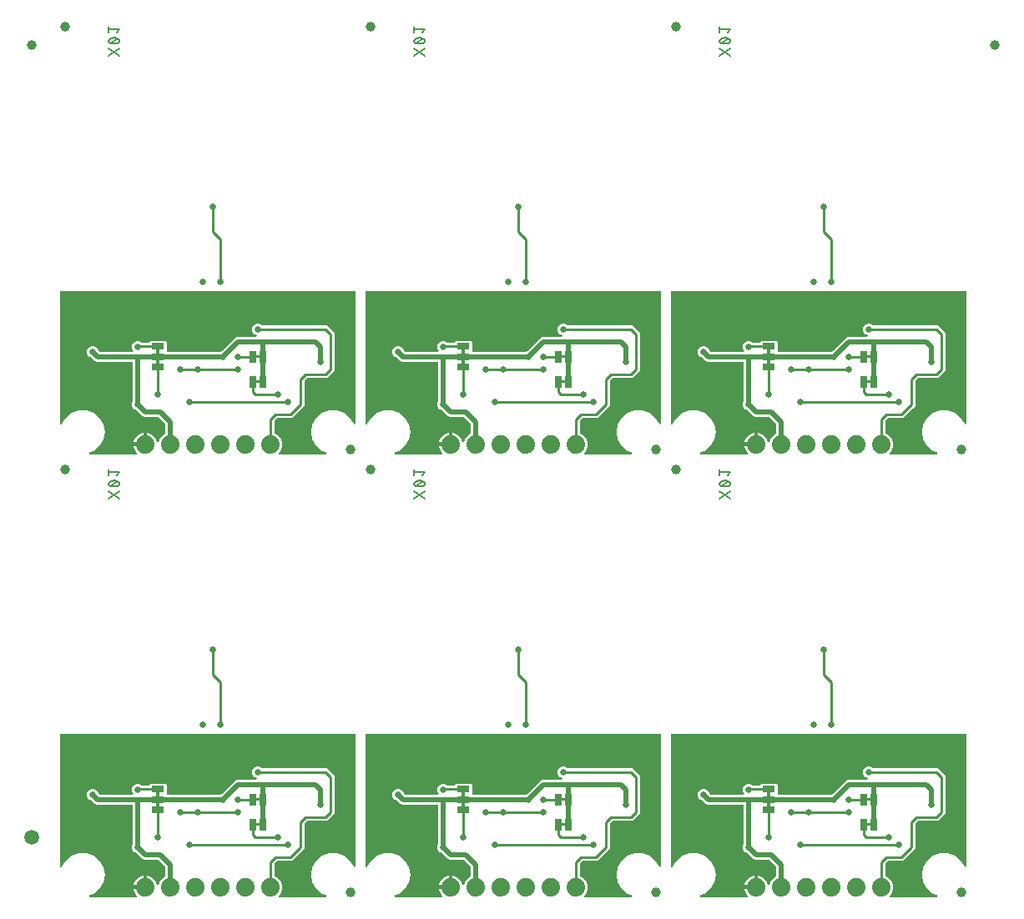
<source format=gbl>
G04 EAGLE Gerber RS-274X export*
G75*
%MOMM*%
%FSLAX34Y34*%
%LPD*%
%INBottom Copper*%
%IPPOS*%
%AMOC8*
5,1,8,0,0,1.08239X$1,22.5*%
G01*
%ADD10C,0.203200*%
%ADD11R,1.270000X0.660400*%
%ADD12R,0.660400X1.270000*%
%ADD13C,0.660400*%
%ADD14C,1.879600*%
%ADD15C,1.000000*%
%ADD16C,1.500000*%
%ADD17C,0.508000*%
%ADD18C,0.254000*%

G36*
X699513Y452125D02*
X699513Y452125D01*
X699543Y452122D01*
X699654Y452145D01*
X699766Y452161D01*
X699793Y452173D01*
X699821Y452178D01*
X699922Y452231D01*
X700025Y452277D01*
X700048Y452296D01*
X700074Y452309D01*
X700156Y452387D01*
X700242Y452460D01*
X700259Y452485D01*
X700280Y452505D01*
X700337Y452603D01*
X700400Y452697D01*
X700409Y452725D01*
X700424Y452750D01*
X700451Y452860D01*
X700486Y452968D01*
X700486Y452998D01*
X700494Y453026D01*
X700490Y453139D01*
X700493Y453252D01*
X700486Y453281D01*
X700485Y453310D01*
X700450Y453418D01*
X700421Y453527D01*
X700406Y453553D01*
X700397Y453581D01*
X700351Y453645D01*
X700276Y453772D01*
X700230Y453815D01*
X700202Y453854D01*
X699554Y454502D01*
X698449Y456023D01*
X697596Y457697D01*
X697015Y459484D01*
X696894Y460249D01*
X707644Y460249D01*
X707702Y460257D01*
X707760Y460255D01*
X707842Y460277D01*
X707925Y460289D01*
X707979Y460313D01*
X708035Y460327D01*
X708108Y460370D01*
X708185Y460405D01*
X708229Y460443D01*
X708280Y460473D01*
X708337Y460534D01*
X708402Y460589D01*
X708434Y460637D01*
X708474Y460680D01*
X708513Y460755D01*
X708559Y460825D01*
X708577Y460881D01*
X708604Y460933D01*
X708615Y461001D01*
X708645Y461096D01*
X708648Y461196D01*
X708659Y461264D01*
X708659Y462281D01*
X709676Y462281D01*
X709734Y462289D01*
X709792Y462288D01*
X709874Y462309D01*
X709957Y462321D01*
X710011Y462345D01*
X710067Y462359D01*
X710140Y462402D01*
X710217Y462437D01*
X710262Y462475D01*
X710312Y462505D01*
X710370Y462566D01*
X710434Y462621D01*
X710466Y462669D01*
X710506Y462712D01*
X710545Y462787D01*
X710591Y462857D01*
X710609Y462913D01*
X710636Y462965D01*
X710647Y463033D01*
X710677Y463128D01*
X710680Y463228D01*
X710691Y463296D01*
X710691Y474046D01*
X711456Y473925D01*
X713243Y473344D01*
X714917Y472491D01*
X716438Y471386D01*
X717766Y470058D01*
X718871Y468537D01*
X719724Y466863D01*
X720329Y465000D01*
X720342Y464974D01*
X720349Y464944D01*
X720355Y464934D01*
X720356Y464928D01*
X720370Y464904D01*
X720381Y464871D01*
X720422Y464809D01*
X720454Y464744D01*
X720474Y464723D01*
X720488Y464697D01*
X720501Y464684D01*
X720502Y464683D01*
X720508Y464677D01*
X720517Y464668D01*
X720539Y464635D01*
X720597Y464587D01*
X720645Y464533D01*
X720669Y464519D01*
X720691Y464497D01*
X720726Y464478D01*
X720757Y464452D01*
X720826Y464421D01*
X720887Y464384D01*
X720914Y464376D01*
X720941Y464362D01*
X720980Y464353D01*
X721017Y464337D01*
X721092Y464326D01*
X721161Y464307D01*
X721188Y464307D01*
X721219Y464301D01*
X721259Y464303D01*
X721298Y464298D01*
X721374Y464309D01*
X721445Y464309D01*
X721471Y464317D01*
X721502Y464319D01*
X721540Y464333D01*
X721580Y464339D01*
X721649Y464370D01*
X721717Y464390D01*
X721741Y464405D01*
X721770Y464416D01*
X721802Y464439D01*
X721839Y464456D01*
X721896Y464505D01*
X721957Y464543D01*
X721975Y464565D01*
X722000Y464582D01*
X722025Y464614D01*
X722055Y464640D01*
X722086Y464689D01*
X722090Y464695D01*
X722144Y464757D01*
X722156Y464783D01*
X722175Y464806D01*
X722191Y464848D01*
X722213Y464880D01*
X722221Y464905D01*
X722233Y464925D01*
X723939Y469043D01*
X727297Y472401D01*
X728353Y472838D01*
X728354Y472839D01*
X728355Y472840D01*
X728474Y472910D01*
X728597Y472983D01*
X728598Y472984D01*
X728600Y472985D01*
X728697Y473088D01*
X728793Y473190D01*
X728793Y473191D01*
X728794Y473192D01*
X728857Y473315D01*
X728923Y473442D01*
X728923Y473444D01*
X728924Y473445D01*
X728926Y473460D01*
X728978Y473721D01*
X728975Y473752D01*
X728979Y473776D01*
X728979Y482615D01*
X728972Y482667D01*
X728973Y482695D01*
X728966Y482718D01*
X728964Y482789D01*
X728947Y482842D01*
X728939Y482896D01*
X728904Y482976D01*
X728877Y483059D01*
X728849Y483099D01*
X728823Y483156D01*
X728727Y483269D01*
X728682Y483333D01*
X722093Y489922D01*
X722023Y489974D01*
X721959Y490034D01*
X721910Y490060D01*
X721866Y490093D01*
X721784Y490124D01*
X721706Y490164D01*
X721658Y490172D01*
X721600Y490194D01*
X721452Y490206D01*
X721375Y490219D01*
X707649Y490219D01*
X705782Y490993D01*
X704210Y492565D01*
X699713Y497062D01*
X699688Y497081D01*
X699668Y497104D01*
X699601Y497146D01*
X699486Y497233D01*
X699425Y497256D01*
X699383Y497282D01*
X697730Y497967D01*
X696087Y499610D01*
X695197Y501758D01*
X695197Y504082D01*
X695882Y505735D01*
X695890Y505765D01*
X695904Y505793D01*
X695917Y505870D01*
X695953Y506011D01*
X695951Y506075D01*
X695959Y506124D01*
X695959Y545084D01*
X695951Y545142D01*
X695953Y545200D01*
X695931Y545282D01*
X695919Y545366D01*
X695896Y545419D01*
X695881Y545475D01*
X695838Y545548D01*
X695803Y545625D01*
X695765Y545670D01*
X695736Y545720D01*
X695674Y545778D01*
X695620Y545842D01*
X695571Y545874D01*
X695528Y545914D01*
X695453Y545953D01*
X695383Y546000D01*
X695327Y546017D01*
X695275Y546044D01*
X695207Y546055D01*
X695112Y546085D01*
X695012Y546088D01*
X694944Y546099D01*
X659389Y546099D01*
X657522Y546873D01*
X653993Y550402D01*
X653968Y550420D01*
X653948Y550444D01*
X653881Y550486D01*
X653766Y550573D01*
X653705Y550596D01*
X653663Y550622D01*
X652010Y551307D01*
X650367Y552950D01*
X649477Y555098D01*
X649477Y557422D01*
X650367Y559570D01*
X652010Y561213D01*
X654158Y562103D01*
X656482Y562103D01*
X658630Y561213D01*
X660273Y559570D01*
X660958Y557917D01*
X660974Y557890D01*
X660983Y557861D01*
X661029Y557797D01*
X661102Y557672D01*
X661149Y557627D01*
X661178Y557587D01*
X662207Y556558D01*
X662277Y556506D01*
X662341Y556446D01*
X662390Y556420D01*
X662434Y556387D01*
X662516Y556356D01*
X662594Y556316D01*
X662642Y556308D01*
X662700Y556286D01*
X662848Y556274D01*
X662925Y556261D01*
X695405Y556261D01*
X695435Y556265D01*
X695464Y556262D01*
X695575Y556285D01*
X695687Y556301D01*
X695714Y556313D01*
X695742Y556318D01*
X695843Y556371D01*
X695946Y556417D01*
X695969Y556436D01*
X695995Y556449D01*
X696077Y556527D01*
X696163Y556600D01*
X696180Y556625D01*
X696201Y556645D01*
X696258Y556743D01*
X696321Y556837D01*
X696330Y556865D01*
X696345Y556890D01*
X696372Y557000D01*
X696407Y557108D01*
X696407Y557137D01*
X696415Y557166D01*
X696411Y557279D01*
X696414Y557392D01*
X696407Y557421D01*
X696406Y557450D01*
X696371Y557558D01*
X696342Y557667D01*
X696327Y557693D01*
X696318Y557721D01*
X696273Y557785D01*
X696197Y557912D01*
X696151Y557955D01*
X696123Y557994D01*
X696087Y558030D01*
X695197Y560178D01*
X695197Y562502D01*
X696087Y564650D01*
X697730Y566293D01*
X699878Y567183D01*
X702202Y567183D01*
X704350Y566293D01*
X704941Y565702D01*
X705011Y565650D01*
X705074Y565590D01*
X705124Y565564D01*
X705168Y565531D01*
X705250Y565500D01*
X705328Y565460D01*
X705375Y565452D01*
X705434Y565430D01*
X705581Y565418D01*
X705659Y565405D01*
X711505Y565405D01*
X711592Y565417D01*
X711679Y565420D01*
X711732Y565437D01*
X711787Y565445D01*
X711866Y565480D01*
X711950Y565507D01*
X711989Y565535D01*
X712046Y565561D01*
X712159Y565657D01*
X712223Y565702D01*
X713958Y567437D01*
X728762Y567437D01*
X730251Y565948D01*
X730251Y557276D01*
X730259Y557218D01*
X730257Y557160D01*
X730279Y557078D01*
X730291Y556994D01*
X730314Y556941D01*
X730329Y556885D01*
X730372Y556812D01*
X730407Y556735D01*
X730445Y556690D01*
X730474Y556640D01*
X730536Y556582D01*
X730590Y556518D01*
X730639Y556486D01*
X730682Y556446D01*
X730757Y556407D01*
X730827Y556360D01*
X730883Y556343D01*
X730935Y556316D01*
X731003Y556305D01*
X731098Y556275D01*
X731198Y556272D01*
X731266Y556261D01*
X784196Y556261D01*
X784227Y556265D01*
X784258Y556263D01*
X784334Y556280D01*
X784478Y556301D01*
X784537Y556327D01*
X784585Y556338D01*
X785743Y556818D01*
X785770Y556834D01*
X785799Y556843D01*
X785863Y556889D01*
X785988Y556962D01*
X786032Y557009D01*
X786073Y557038D01*
X798190Y569155D01*
X799762Y570727D01*
X801629Y571501D01*
X820983Y571501D01*
X821068Y571513D01*
X821154Y571515D01*
X821208Y571533D01*
X821264Y571541D01*
X821343Y571576D01*
X821424Y571602D01*
X821472Y571634D01*
X821524Y571657D01*
X821589Y571712D01*
X821661Y571760D01*
X821697Y571804D01*
X821741Y571840D01*
X821788Y571912D01*
X821844Y571978D01*
X821867Y572030D01*
X821898Y572077D01*
X821924Y572159D01*
X821959Y572238D01*
X821967Y572294D01*
X821984Y572348D01*
X821986Y572434D01*
X821998Y572519D01*
X821990Y572575D01*
X821991Y572632D01*
X821970Y572715D01*
X821957Y572800D01*
X821934Y572852D01*
X821920Y572907D01*
X821876Y572981D01*
X821840Y573060D01*
X821803Y573103D01*
X821774Y573152D01*
X821712Y573211D01*
X821656Y573276D01*
X821614Y573302D01*
X821567Y573346D01*
X821438Y573412D01*
X821371Y573454D01*
X819650Y574167D01*
X818007Y575810D01*
X817117Y577958D01*
X817117Y580282D01*
X818007Y582430D01*
X819650Y584073D01*
X821798Y584963D01*
X824122Y584963D01*
X826270Y584073D01*
X827115Y583228D01*
X827185Y583176D01*
X827248Y583116D01*
X827298Y583090D01*
X827342Y583057D01*
X827424Y583026D01*
X827502Y582986D01*
X827549Y582978D01*
X827608Y582956D01*
X827755Y582944D01*
X827833Y582931D01*
X893118Y582931D01*
X900431Y575618D01*
X900431Y536902D01*
X893118Y529589D01*
X873219Y529589D01*
X873132Y529577D01*
X873045Y529574D01*
X872992Y529557D01*
X872937Y529549D01*
X872858Y529514D01*
X872774Y529487D01*
X872735Y529459D01*
X872678Y529433D01*
X872565Y529337D01*
X872501Y529292D01*
X870248Y527039D01*
X870196Y526969D01*
X870136Y526905D01*
X870110Y526856D01*
X870077Y526812D01*
X870046Y526730D01*
X870006Y526652D01*
X869998Y526605D01*
X869976Y526546D01*
X869964Y526398D01*
X869951Y526321D01*
X869951Y501342D01*
X867421Y498812D01*
X857558Y488949D01*
X842739Y488949D01*
X842652Y488937D01*
X842565Y488934D01*
X842512Y488917D01*
X842457Y488909D01*
X842378Y488874D01*
X842294Y488847D01*
X842255Y488819D01*
X842198Y488793D01*
X842085Y488697D01*
X842021Y488652D01*
X839768Y486399D01*
X839716Y486329D01*
X839656Y486265D01*
X839630Y486216D01*
X839597Y486172D01*
X839566Y486090D01*
X839526Y486012D01*
X839518Y485965D01*
X839496Y485906D01*
X839487Y485799D01*
X839485Y485792D01*
X839484Y485761D01*
X839484Y485758D01*
X839471Y485681D01*
X839471Y474302D01*
X839471Y474301D01*
X839471Y474299D01*
X839491Y474159D01*
X839511Y474021D01*
X839511Y474019D01*
X839511Y474018D01*
X839568Y473892D01*
X839627Y473761D01*
X839628Y473760D01*
X839629Y473759D01*
X839720Y473652D01*
X839810Y473544D01*
X839812Y473544D01*
X839813Y473542D01*
X839826Y473534D01*
X840047Y473387D01*
X840076Y473378D01*
X840097Y473364D01*
X842423Y472401D01*
X845781Y469043D01*
X847599Y464655D01*
X847599Y459905D01*
X845781Y455517D01*
X844118Y453854D01*
X844100Y453830D01*
X844078Y453811D01*
X844015Y453717D01*
X843947Y453627D01*
X843936Y453599D01*
X843920Y453575D01*
X843886Y453467D01*
X843846Y453361D01*
X843843Y453332D01*
X843834Y453304D01*
X843831Y453190D01*
X843822Y453078D01*
X843828Y453049D01*
X843827Y453020D01*
X843856Y452910D01*
X843878Y452799D01*
X843892Y452773D01*
X843899Y452745D01*
X843957Y452647D01*
X844009Y452547D01*
X844029Y452525D01*
X844044Y452500D01*
X844127Y452423D01*
X844205Y452341D01*
X844230Y452326D01*
X844251Y452306D01*
X844352Y452254D01*
X844450Y452197D01*
X844478Y452190D01*
X844505Y452176D01*
X844582Y452163D01*
X844726Y452127D01*
X844788Y452129D01*
X844836Y452121D01*
X891595Y452121D01*
X891702Y452136D01*
X891810Y452144D01*
X891842Y452156D01*
X891877Y452161D01*
X891975Y452205D01*
X892076Y452242D01*
X892104Y452263D01*
X892136Y452277D01*
X892218Y452347D01*
X892305Y452410D01*
X892327Y452438D01*
X892353Y452460D01*
X892413Y452550D01*
X892479Y452636D01*
X892491Y452668D01*
X892511Y452697D01*
X892543Y452800D01*
X892583Y452900D01*
X892586Y452935D01*
X892596Y452968D01*
X892599Y453076D01*
X892609Y453183D01*
X892603Y453218D01*
X892604Y453252D01*
X892577Y453357D01*
X892556Y453463D01*
X892541Y453494D01*
X892532Y453527D01*
X892477Y453620D01*
X892428Y453716D01*
X892405Y453742D01*
X892387Y453772D01*
X892308Y453846D01*
X892235Y453925D01*
X892208Y453940D01*
X892179Y453966D01*
X891989Y454064D01*
X891942Y454090D01*
X887940Y455547D01*
X881970Y460556D01*
X878074Y467305D01*
X876720Y474980D01*
X878074Y482655D01*
X881970Y489404D01*
X887940Y494413D01*
X895263Y497079D01*
X903057Y497079D01*
X910380Y494413D01*
X916350Y489404D01*
X919940Y483185D01*
X919952Y483170D01*
X919960Y483152D01*
X920040Y483058D01*
X920115Y482961D01*
X920131Y482950D01*
X920144Y482935D01*
X920246Y482867D01*
X920346Y482795D01*
X920364Y482788D01*
X920380Y482778D01*
X920497Y482740D01*
X920613Y482699D01*
X920633Y482697D01*
X920651Y482692D01*
X920774Y482688D01*
X920897Y482681D01*
X920916Y482685D01*
X920935Y482684D01*
X921055Y482715D01*
X921175Y482742D01*
X921192Y482751D01*
X921210Y482756D01*
X921317Y482819D01*
X921424Y482878D01*
X921438Y482891D01*
X921455Y482901D01*
X921539Y482991D01*
X921627Y483077D01*
X921636Y483094D01*
X921649Y483108D01*
X921705Y483217D01*
X921766Y483325D01*
X921770Y483344D01*
X921779Y483361D01*
X921791Y483434D01*
X921831Y483602D01*
X921828Y483653D01*
X921835Y483692D01*
X921895Y617220D01*
X921887Y617278D01*
X921888Y617336D01*
X921867Y617418D01*
X921855Y617501D01*
X921831Y617555D01*
X921816Y617611D01*
X921773Y617684D01*
X921739Y617761D01*
X921701Y617805D01*
X921671Y617856D01*
X921610Y617913D01*
X921555Y617978D01*
X921507Y618010D01*
X921464Y618050D01*
X921389Y618089D01*
X921319Y618135D01*
X921263Y618153D01*
X921211Y618180D01*
X921143Y618191D01*
X921048Y618221D01*
X920948Y618224D01*
X920879Y618235D01*
X623316Y618235D01*
X623258Y618227D01*
X623200Y618229D01*
X623118Y618207D01*
X623034Y618195D01*
X622981Y618172D01*
X622925Y618157D01*
X622852Y618114D01*
X622775Y618079D01*
X622730Y618041D01*
X622680Y618012D01*
X622622Y617950D01*
X622558Y617896D01*
X622526Y617847D01*
X622486Y617804D01*
X622447Y617729D01*
X622400Y617659D01*
X622383Y617603D01*
X622356Y617551D01*
X622345Y617483D01*
X622315Y617388D01*
X622312Y617288D01*
X622301Y617220D01*
X622301Y483373D01*
X622303Y483354D01*
X622301Y483334D01*
X622323Y483213D01*
X622341Y483091D01*
X622349Y483074D01*
X622352Y483054D01*
X622407Y482944D01*
X622457Y482832D01*
X622469Y482817D01*
X622478Y482800D01*
X622561Y482709D01*
X622640Y482615D01*
X622657Y482604D01*
X622670Y482590D01*
X622775Y482525D01*
X622877Y482457D01*
X622896Y482452D01*
X622912Y482441D01*
X623031Y482409D01*
X623148Y482372D01*
X623168Y482371D01*
X623187Y482366D01*
X623309Y482368D01*
X623432Y482364D01*
X623451Y482369D01*
X623471Y482370D01*
X623589Y482405D01*
X623707Y482436D01*
X623724Y482446D01*
X623743Y482452D01*
X623846Y482519D01*
X623952Y482581D01*
X623965Y482596D01*
X623982Y482606D01*
X624028Y482663D01*
X624146Y482789D01*
X624170Y482834D01*
X624195Y482865D01*
X627970Y489404D01*
X633940Y494413D01*
X641263Y497079D01*
X649057Y497079D01*
X656380Y494413D01*
X662350Y489404D01*
X666246Y482655D01*
X667600Y474980D01*
X666246Y467305D01*
X662350Y460556D01*
X656380Y455547D01*
X652378Y454090D01*
X652282Y454039D01*
X652184Y453995D01*
X652157Y453973D01*
X652127Y453956D01*
X652049Y453881D01*
X651967Y453811D01*
X651948Y453783D01*
X651923Y453758D01*
X651869Y453665D01*
X651809Y453575D01*
X651799Y453542D01*
X651782Y453512D01*
X651756Y453407D01*
X651724Y453304D01*
X651723Y453269D01*
X651714Y453235D01*
X651719Y453128D01*
X651716Y453020D01*
X651725Y452986D01*
X651726Y452951D01*
X651761Y452849D01*
X651788Y452745D01*
X651806Y452715D01*
X651817Y452682D01*
X651878Y452593D01*
X651933Y452500D01*
X651959Y452476D01*
X651978Y452448D01*
X652062Y452380D01*
X652141Y452306D01*
X652172Y452290D01*
X652198Y452268D01*
X652298Y452225D01*
X652394Y452176D01*
X652424Y452171D01*
X652460Y452156D01*
X652672Y452130D01*
X652725Y452121D01*
X699484Y452121D01*
X699513Y452125D01*
G37*
G36*
X389633Y452125D02*
X389633Y452125D01*
X389663Y452122D01*
X389774Y452145D01*
X389886Y452161D01*
X389913Y452173D01*
X389941Y452178D01*
X390042Y452231D01*
X390145Y452277D01*
X390168Y452296D01*
X390194Y452309D01*
X390276Y452387D01*
X390362Y452460D01*
X390379Y452485D01*
X390400Y452505D01*
X390457Y452603D01*
X390520Y452697D01*
X390529Y452725D01*
X390544Y452750D01*
X390571Y452860D01*
X390606Y452968D01*
X390606Y452998D01*
X390614Y453026D01*
X390610Y453139D01*
X390613Y453252D01*
X390606Y453281D01*
X390605Y453310D01*
X390570Y453418D01*
X390541Y453527D01*
X390526Y453553D01*
X390517Y453581D01*
X390471Y453645D01*
X390396Y453772D01*
X390350Y453815D01*
X390322Y453854D01*
X389674Y454502D01*
X388569Y456023D01*
X387716Y457697D01*
X387135Y459484D01*
X387014Y460249D01*
X397764Y460249D01*
X397822Y460257D01*
X397880Y460255D01*
X397962Y460277D01*
X398045Y460289D01*
X398099Y460313D01*
X398155Y460327D01*
X398228Y460370D01*
X398305Y460405D01*
X398349Y460443D01*
X398400Y460473D01*
X398457Y460534D01*
X398522Y460589D01*
X398554Y460637D01*
X398594Y460680D01*
X398633Y460755D01*
X398679Y460825D01*
X398697Y460881D01*
X398724Y460933D01*
X398735Y461001D01*
X398765Y461096D01*
X398768Y461196D01*
X398779Y461264D01*
X398779Y462281D01*
X399796Y462281D01*
X399854Y462289D01*
X399912Y462288D01*
X399994Y462309D01*
X400077Y462321D01*
X400131Y462345D01*
X400187Y462359D01*
X400260Y462402D01*
X400337Y462437D01*
X400382Y462475D01*
X400432Y462505D01*
X400490Y462566D01*
X400554Y462621D01*
X400586Y462669D01*
X400626Y462712D01*
X400665Y462787D01*
X400711Y462857D01*
X400729Y462913D01*
X400756Y462965D01*
X400767Y463033D01*
X400797Y463128D01*
X400800Y463228D01*
X400811Y463296D01*
X400811Y474046D01*
X401576Y473925D01*
X403363Y473344D01*
X405037Y472491D01*
X406558Y471386D01*
X407886Y470058D01*
X408991Y468537D01*
X409844Y466863D01*
X410449Y465000D01*
X410462Y464974D01*
X410469Y464944D01*
X410475Y464934D01*
X410476Y464928D01*
X410490Y464904D01*
X410501Y464871D01*
X410542Y464809D01*
X410574Y464744D01*
X410594Y464723D01*
X410608Y464697D01*
X410621Y464684D01*
X410622Y464683D01*
X410628Y464677D01*
X410637Y464668D01*
X410659Y464635D01*
X410717Y464587D01*
X410765Y464533D01*
X410789Y464519D01*
X410811Y464497D01*
X410846Y464478D01*
X410877Y464452D01*
X410946Y464421D01*
X411007Y464384D01*
X411034Y464376D01*
X411061Y464362D01*
X411100Y464353D01*
X411137Y464337D01*
X411212Y464326D01*
X411281Y464307D01*
X411308Y464307D01*
X411339Y464301D01*
X411379Y464303D01*
X411418Y464298D01*
X411494Y464309D01*
X411565Y464309D01*
X411591Y464317D01*
X411622Y464319D01*
X411660Y464333D01*
X411700Y464339D01*
X411769Y464370D01*
X411837Y464390D01*
X411861Y464405D01*
X411890Y464416D01*
X411922Y464439D01*
X411959Y464456D01*
X412016Y464505D01*
X412077Y464543D01*
X412095Y464565D01*
X412120Y464582D01*
X412145Y464614D01*
X412175Y464640D01*
X412206Y464689D01*
X412210Y464695D01*
X412264Y464757D01*
X412276Y464783D01*
X412295Y464806D01*
X412311Y464848D01*
X412333Y464880D01*
X412341Y464905D01*
X412353Y464925D01*
X414059Y469043D01*
X417417Y472401D01*
X418473Y472838D01*
X418474Y472839D01*
X418475Y472839D01*
X418592Y472909D01*
X418717Y472983D01*
X418719Y472984D01*
X418720Y472985D01*
X418815Y473086D01*
X418913Y473189D01*
X418913Y473191D01*
X418914Y473192D01*
X418978Y473317D01*
X419043Y473442D01*
X419043Y473444D01*
X419044Y473445D01*
X419046Y473460D01*
X419098Y473721D01*
X419095Y473752D01*
X419099Y473776D01*
X419099Y482615D01*
X419092Y482667D01*
X419093Y482695D01*
X419086Y482718D01*
X419084Y482789D01*
X419067Y482842D01*
X419059Y482896D01*
X419024Y482976D01*
X418997Y483059D01*
X418969Y483099D01*
X418943Y483156D01*
X418847Y483269D01*
X418802Y483333D01*
X412213Y489922D01*
X412143Y489974D01*
X412079Y490034D01*
X412030Y490060D01*
X411986Y490093D01*
X411904Y490124D01*
X411826Y490164D01*
X411778Y490172D01*
X411720Y490194D01*
X411572Y490206D01*
X411495Y490219D01*
X397769Y490219D01*
X395902Y490993D01*
X394330Y492565D01*
X389833Y497062D01*
X389808Y497081D01*
X389788Y497104D01*
X389721Y497146D01*
X389606Y497233D01*
X389545Y497256D01*
X389503Y497282D01*
X387850Y497967D01*
X386207Y499610D01*
X385317Y501758D01*
X385317Y504082D01*
X386002Y505735D01*
X386010Y505765D01*
X386024Y505793D01*
X386037Y505870D01*
X386073Y506011D01*
X386071Y506075D01*
X386079Y506124D01*
X386079Y545084D01*
X386071Y545142D01*
X386073Y545200D01*
X386051Y545282D01*
X386039Y545366D01*
X386016Y545419D01*
X386001Y545475D01*
X385958Y545548D01*
X385923Y545625D01*
X385885Y545670D01*
X385856Y545720D01*
X385794Y545778D01*
X385740Y545842D01*
X385691Y545874D01*
X385648Y545914D01*
X385573Y545953D01*
X385503Y546000D01*
X385447Y546017D01*
X385395Y546044D01*
X385327Y546055D01*
X385232Y546085D01*
X385132Y546088D01*
X385064Y546099D01*
X349509Y546099D01*
X347642Y546873D01*
X346070Y548445D01*
X344113Y550402D01*
X344088Y550421D01*
X344068Y550444D01*
X344001Y550486D01*
X343886Y550573D01*
X343825Y550596D01*
X343783Y550622D01*
X342130Y551307D01*
X340487Y552950D01*
X339597Y555098D01*
X339597Y557422D01*
X340487Y559570D01*
X342130Y561213D01*
X344278Y562103D01*
X346602Y562103D01*
X348750Y561213D01*
X350393Y559570D01*
X351078Y557917D01*
X351094Y557890D01*
X351103Y557861D01*
X351149Y557796D01*
X351222Y557672D01*
X351269Y557628D01*
X351298Y557587D01*
X352327Y556558D01*
X352397Y556506D01*
X352461Y556446D01*
X352510Y556420D01*
X352554Y556387D01*
X352636Y556356D01*
X352714Y556316D01*
X352762Y556308D01*
X352820Y556286D01*
X352968Y556274D01*
X353045Y556261D01*
X385525Y556261D01*
X385555Y556265D01*
X385584Y556262D01*
X385695Y556285D01*
X385807Y556301D01*
X385834Y556313D01*
X385862Y556318D01*
X385963Y556371D01*
X386066Y556417D01*
X386089Y556436D01*
X386115Y556449D01*
X386197Y556527D01*
X386283Y556600D01*
X386300Y556625D01*
X386321Y556645D01*
X386378Y556743D01*
X386441Y556837D01*
X386450Y556865D01*
X386465Y556890D01*
X386492Y557000D01*
X386527Y557108D01*
X386527Y557137D01*
X386535Y557166D01*
X386531Y557279D01*
X386534Y557392D01*
X386527Y557421D01*
X386526Y557450D01*
X386491Y557558D01*
X386462Y557667D01*
X386447Y557693D01*
X386438Y557721D01*
X386393Y557785D01*
X386317Y557912D01*
X386271Y557955D01*
X386243Y557994D01*
X386207Y558030D01*
X385317Y560178D01*
X385317Y562502D01*
X386207Y564650D01*
X387850Y566293D01*
X389998Y567183D01*
X392322Y567183D01*
X394470Y566293D01*
X395061Y565702D01*
X395131Y565650D01*
X395194Y565590D01*
X395244Y565564D01*
X395288Y565531D01*
X395370Y565500D01*
X395448Y565460D01*
X395495Y565452D01*
X395554Y565430D01*
X395701Y565418D01*
X395779Y565405D01*
X401625Y565405D01*
X401712Y565417D01*
X401799Y565420D01*
X401852Y565437D01*
X401907Y565445D01*
X401986Y565480D01*
X402070Y565507D01*
X402109Y565535D01*
X402166Y565561D01*
X402279Y565657D01*
X402343Y565702D01*
X404078Y567437D01*
X418882Y567437D01*
X420371Y565948D01*
X420371Y557276D01*
X420379Y557218D01*
X420377Y557160D01*
X420399Y557078D01*
X420411Y556994D01*
X420434Y556941D01*
X420449Y556885D01*
X420492Y556812D01*
X420527Y556735D01*
X420565Y556690D01*
X420594Y556640D01*
X420656Y556582D01*
X420710Y556518D01*
X420759Y556486D01*
X420802Y556446D01*
X420877Y556407D01*
X420947Y556360D01*
X421003Y556343D01*
X421055Y556316D01*
X421123Y556305D01*
X421218Y556275D01*
X421318Y556272D01*
X421386Y556261D01*
X474316Y556261D01*
X474347Y556265D01*
X474378Y556263D01*
X474454Y556280D01*
X474598Y556301D01*
X474656Y556327D01*
X474705Y556338D01*
X475863Y556818D01*
X475890Y556834D01*
X475919Y556843D01*
X475983Y556889D01*
X476108Y556962D01*
X476153Y557009D01*
X476193Y557038D01*
X489882Y570727D01*
X491749Y571501D01*
X511103Y571501D01*
X511188Y571513D01*
X511274Y571515D01*
X511328Y571533D01*
X511384Y571541D01*
X511463Y571576D01*
X511544Y571602D01*
X511592Y571634D01*
X511644Y571657D01*
X511709Y571712D01*
X511781Y571760D01*
X511817Y571804D01*
X511861Y571840D01*
X511908Y571912D01*
X511964Y571978D01*
X511987Y572030D01*
X512018Y572077D01*
X512044Y572159D01*
X512079Y572238D01*
X512087Y572294D01*
X512104Y572348D01*
X512106Y572434D01*
X512118Y572519D01*
X512110Y572575D01*
X512111Y572632D01*
X512090Y572715D01*
X512077Y572800D01*
X512054Y572852D01*
X512040Y572907D01*
X511996Y572981D01*
X511960Y573060D01*
X511923Y573103D01*
X511894Y573152D01*
X511832Y573211D01*
X511776Y573276D01*
X511734Y573302D01*
X511687Y573346D01*
X511558Y573412D01*
X511491Y573454D01*
X509770Y574167D01*
X508127Y575810D01*
X507237Y577958D01*
X507237Y580282D01*
X508127Y582430D01*
X509770Y584073D01*
X511918Y584963D01*
X514242Y584963D01*
X516390Y584073D01*
X517235Y583228D01*
X517305Y583176D01*
X517368Y583116D01*
X517418Y583090D01*
X517462Y583057D01*
X517544Y583026D01*
X517622Y582986D01*
X517669Y582978D01*
X517728Y582956D01*
X517875Y582944D01*
X517953Y582931D01*
X583238Y582931D01*
X590551Y575618D01*
X590551Y536902D01*
X583238Y529589D01*
X563339Y529589D01*
X563252Y529577D01*
X563165Y529574D01*
X563112Y529557D01*
X563057Y529549D01*
X562978Y529514D01*
X562894Y529487D01*
X562855Y529459D01*
X562798Y529433D01*
X562685Y529337D01*
X562621Y529292D01*
X560368Y527039D01*
X560316Y526969D01*
X560256Y526905D01*
X560230Y526856D01*
X560197Y526812D01*
X560166Y526730D01*
X560126Y526652D01*
X560118Y526605D01*
X560096Y526546D01*
X560084Y526398D01*
X560071Y526321D01*
X560071Y501342D01*
X547678Y488949D01*
X532859Y488949D01*
X532772Y488937D01*
X532685Y488934D01*
X532632Y488917D01*
X532577Y488909D01*
X532498Y488874D01*
X532414Y488847D01*
X532375Y488819D01*
X532318Y488793D01*
X532205Y488697D01*
X532141Y488652D01*
X529888Y486399D01*
X529836Y486329D01*
X529776Y486265D01*
X529750Y486216D01*
X529717Y486172D01*
X529686Y486090D01*
X529646Y486012D01*
X529638Y485965D01*
X529616Y485906D01*
X529607Y485799D01*
X529605Y485792D01*
X529604Y485761D01*
X529604Y485758D01*
X529591Y485681D01*
X529591Y474302D01*
X529591Y474301D01*
X529591Y474299D01*
X529611Y474159D01*
X529631Y474021D01*
X529631Y474019D01*
X529631Y474018D01*
X529688Y473892D01*
X529747Y473761D01*
X529748Y473760D01*
X529749Y473759D01*
X529840Y473652D01*
X529930Y473544D01*
X529932Y473544D01*
X529933Y473542D01*
X529946Y473534D01*
X530167Y473387D01*
X530196Y473378D01*
X530217Y473364D01*
X532543Y472401D01*
X535901Y469043D01*
X537719Y464655D01*
X537719Y459905D01*
X535901Y455517D01*
X534238Y453854D01*
X534220Y453830D01*
X534198Y453811D01*
X534135Y453717D01*
X534067Y453627D01*
X534056Y453599D01*
X534040Y453575D01*
X534006Y453467D01*
X533966Y453361D01*
X533963Y453332D01*
X533954Y453304D01*
X533951Y453190D01*
X533942Y453078D01*
X533948Y453049D01*
X533947Y453020D01*
X533976Y452910D01*
X533998Y452799D01*
X534012Y452773D01*
X534019Y452745D01*
X534077Y452647D01*
X534129Y452547D01*
X534149Y452525D01*
X534164Y452500D01*
X534247Y452423D01*
X534325Y452341D01*
X534350Y452326D01*
X534371Y452306D01*
X534472Y452254D01*
X534570Y452197D01*
X534598Y452190D01*
X534625Y452176D01*
X534702Y452163D01*
X534846Y452127D01*
X534908Y452129D01*
X534956Y452121D01*
X581715Y452121D01*
X581822Y452136D01*
X581930Y452144D01*
X581962Y452156D01*
X581997Y452161D01*
X582095Y452205D01*
X582196Y452242D01*
X582224Y452263D01*
X582256Y452277D01*
X582338Y452346D01*
X582425Y452410D01*
X582447Y452438D01*
X582473Y452460D01*
X582533Y452550D01*
X582599Y452636D01*
X582611Y452668D01*
X582631Y452697D01*
X582663Y452800D01*
X582703Y452900D01*
X582706Y452935D01*
X582717Y452968D01*
X582719Y453076D01*
X582729Y453183D01*
X582723Y453218D01*
X582724Y453252D01*
X582697Y453357D01*
X582676Y453463D01*
X582661Y453494D01*
X582652Y453527D01*
X582597Y453620D01*
X582548Y453716D01*
X582525Y453742D01*
X582507Y453772D01*
X582428Y453846D01*
X582355Y453925D01*
X582328Y453940D01*
X582299Y453966D01*
X582109Y454064D01*
X582062Y454090D01*
X578060Y455547D01*
X572090Y460556D01*
X568194Y467305D01*
X566840Y474980D01*
X568194Y482655D01*
X572090Y489404D01*
X578060Y494413D01*
X585383Y497079D01*
X593177Y497079D01*
X600500Y494413D01*
X606470Y489404D01*
X610060Y483185D01*
X610072Y483170D01*
X610080Y483152D01*
X610160Y483058D01*
X610235Y482961D01*
X610251Y482950D01*
X610264Y482935D01*
X610366Y482867D01*
X610466Y482795D01*
X610484Y482788D01*
X610500Y482778D01*
X610617Y482740D01*
X610733Y482699D01*
X610753Y482697D01*
X610771Y482692D01*
X610894Y482688D01*
X611017Y482681D01*
X611036Y482685D01*
X611055Y482684D01*
X611175Y482715D01*
X611295Y482742D01*
X611312Y482751D01*
X611330Y482756D01*
X611437Y482819D01*
X611544Y482878D01*
X611558Y482891D01*
X611575Y482901D01*
X611659Y482991D01*
X611747Y483077D01*
X611756Y483094D01*
X611769Y483108D01*
X611825Y483217D01*
X611886Y483325D01*
X611890Y483344D01*
X611899Y483361D01*
X611911Y483434D01*
X611951Y483602D01*
X611948Y483653D01*
X611955Y483692D01*
X612015Y617220D01*
X612007Y617278D01*
X612008Y617336D01*
X611987Y617418D01*
X611975Y617501D01*
X611951Y617555D01*
X611936Y617611D01*
X611893Y617684D01*
X611859Y617761D01*
X611821Y617805D01*
X611791Y617856D01*
X611730Y617913D01*
X611675Y617978D01*
X611627Y618010D01*
X611584Y618050D01*
X611509Y618089D01*
X611439Y618135D01*
X611383Y618153D01*
X611331Y618180D01*
X611263Y618191D01*
X611168Y618221D01*
X611068Y618224D01*
X610999Y618235D01*
X313436Y618235D01*
X313378Y618227D01*
X313320Y618229D01*
X313238Y618207D01*
X313154Y618195D01*
X313101Y618172D01*
X313045Y618157D01*
X312972Y618114D01*
X312895Y618079D01*
X312850Y618041D01*
X312800Y618012D01*
X312742Y617950D01*
X312678Y617896D01*
X312646Y617847D01*
X312606Y617804D01*
X312567Y617729D01*
X312520Y617659D01*
X312503Y617603D01*
X312476Y617551D01*
X312465Y617483D01*
X312435Y617388D01*
X312432Y617288D01*
X312421Y617220D01*
X312421Y483373D01*
X312423Y483354D01*
X312421Y483334D01*
X312443Y483213D01*
X312461Y483091D01*
X312469Y483074D01*
X312472Y483054D01*
X312527Y482944D01*
X312577Y482832D01*
X312589Y482817D01*
X312598Y482800D01*
X312681Y482709D01*
X312760Y482615D01*
X312777Y482604D01*
X312790Y482590D01*
X312895Y482525D01*
X312997Y482457D01*
X313016Y482452D01*
X313032Y482441D01*
X313151Y482409D01*
X313268Y482372D01*
X313288Y482371D01*
X313307Y482366D01*
X313429Y482368D01*
X313552Y482364D01*
X313571Y482369D01*
X313591Y482370D01*
X313709Y482405D01*
X313827Y482436D01*
X313844Y482446D01*
X313863Y482452D01*
X313966Y482519D01*
X314072Y482581D01*
X314085Y482596D01*
X314102Y482606D01*
X314148Y482663D01*
X314266Y482789D01*
X314290Y482834D01*
X314315Y482865D01*
X318090Y489404D01*
X324060Y494413D01*
X331383Y497079D01*
X339177Y497079D01*
X346500Y494413D01*
X352470Y489404D01*
X356366Y482655D01*
X357720Y474980D01*
X356366Y467305D01*
X352470Y460556D01*
X346500Y455547D01*
X342498Y454090D01*
X342402Y454039D01*
X342304Y453995D01*
X342277Y453973D01*
X342247Y453956D01*
X342169Y453881D01*
X342087Y453811D01*
X342068Y453783D01*
X342043Y453758D01*
X341989Y453665D01*
X341929Y453575D01*
X341919Y453542D01*
X341902Y453512D01*
X341876Y453407D01*
X341844Y453304D01*
X341843Y453269D01*
X341834Y453235D01*
X341839Y453128D01*
X341836Y453020D01*
X341845Y452986D01*
X341846Y452951D01*
X341881Y452849D01*
X341908Y452745D01*
X341926Y452715D01*
X341937Y452682D01*
X341998Y452593D01*
X342053Y452500D01*
X342079Y452476D01*
X342098Y452448D01*
X342182Y452380D01*
X342261Y452306D01*
X342292Y452290D01*
X342318Y452268D01*
X342418Y452225D01*
X342514Y452176D01*
X342544Y452171D01*
X342580Y452156D01*
X342792Y452130D01*
X342845Y452121D01*
X389604Y452121D01*
X389633Y452125D01*
G37*
G36*
X389633Y2545D02*
X389633Y2545D01*
X389663Y2542D01*
X389774Y2565D01*
X389886Y2581D01*
X389913Y2593D01*
X389941Y2598D01*
X390042Y2651D01*
X390145Y2697D01*
X390168Y2716D01*
X390194Y2729D01*
X390276Y2807D01*
X390362Y2880D01*
X390379Y2905D01*
X390400Y2925D01*
X390457Y3023D01*
X390520Y3117D01*
X390529Y3145D01*
X390544Y3170D01*
X390571Y3280D01*
X390606Y3388D01*
X390606Y3418D01*
X390614Y3446D01*
X390610Y3559D01*
X390613Y3672D01*
X390606Y3701D01*
X390605Y3730D01*
X390570Y3838D01*
X390541Y3947D01*
X390526Y3973D01*
X390517Y4001D01*
X390471Y4065D01*
X390396Y4192D01*
X390350Y4235D01*
X390322Y4274D01*
X389674Y4922D01*
X388569Y6443D01*
X387716Y8117D01*
X387135Y9904D01*
X387014Y10669D01*
X397764Y10669D01*
X397822Y10677D01*
X397880Y10675D01*
X397962Y10697D01*
X398045Y10709D01*
X398099Y10733D01*
X398155Y10747D01*
X398228Y10790D01*
X398305Y10825D01*
X398349Y10863D01*
X398400Y10893D01*
X398457Y10954D01*
X398522Y11009D01*
X398554Y11057D01*
X398594Y11100D01*
X398633Y11175D01*
X398679Y11245D01*
X398697Y11301D01*
X398724Y11353D01*
X398735Y11421D01*
X398765Y11516D01*
X398768Y11616D01*
X398779Y11684D01*
X398779Y12701D01*
X399796Y12701D01*
X399854Y12709D01*
X399912Y12708D01*
X399994Y12729D01*
X400077Y12741D01*
X400131Y12765D01*
X400187Y12779D01*
X400260Y12822D01*
X400337Y12857D01*
X400382Y12895D01*
X400432Y12925D01*
X400490Y12986D01*
X400554Y13041D01*
X400586Y13089D01*
X400626Y13132D01*
X400665Y13207D01*
X400711Y13277D01*
X400729Y13333D01*
X400756Y13385D01*
X400767Y13453D01*
X400797Y13548D01*
X400800Y13648D01*
X400811Y13716D01*
X400811Y24466D01*
X401576Y24345D01*
X403363Y23764D01*
X405037Y22911D01*
X406558Y21806D01*
X407886Y20478D01*
X408991Y18957D01*
X409844Y17283D01*
X410449Y15420D01*
X410462Y15394D01*
X410469Y15364D01*
X410475Y15354D01*
X410476Y15348D01*
X410490Y15324D01*
X410501Y15291D01*
X410542Y15229D01*
X410574Y15164D01*
X410594Y15143D01*
X410608Y15117D01*
X410621Y15104D01*
X410622Y15103D01*
X410628Y15097D01*
X410637Y15088D01*
X410659Y15055D01*
X410717Y15007D01*
X410765Y14953D01*
X410789Y14939D01*
X410811Y14917D01*
X410846Y14898D01*
X410877Y14872D01*
X410946Y14841D01*
X411007Y14804D01*
X411034Y14796D01*
X411061Y14782D01*
X411100Y14773D01*
X411137Y14757D01*
X411212Y14746D01*
X411281Y14727D01*
X411308Y14727D01*
X411339Y14721D01*
X411379Y14723D01*
X411418Y14718D01*
X411494Y14729D01*
X411565Y14729D01*
X411591Y14737D01*
X411622Y14739D01*
X411660Y14753D01*
X411700Y14759D01*
X411769Y14790D01*
X411837Y14810D01*
X411861Y14825D01*
X411890Y14836D01*
X411922Y14859D01*
X411959Y14876D01*
X412016Y14925D01*
X412077Y14963D01*
X412095Y14985D01*
X412120Y15002D01*
X412145Y15034D01*
X412175Y15060D01*
X412206Y15109D01*
X412210Y15115D01*
X412264Y15177D01*
X412276Y15203D01*
X412295Y15226D01*
X412311Y15268D01*
X412333Y15300D01*
X412341Y15325D01*
X412353Y15345D01*
X414059Y19463D01*
X417417Y22821D01*
X418473Y23258D01*
X418474Y23259D01*
X418475Y23259D01*
X418592Y23329D01*
X418717Y23403D01*
X418719Y23404D01*
X418720Y23405D01*
X418815Y23506D01*
X418913Y23609D01*
X418913Y23611D01*
X418914Y23612D01*
X418978Y23737D01*
X419043Y23862D01*
X419043Y23864D01*
X419044Y23865D01*
X419046Y23880D01*
X419098Y24141D01*
X419095Y24172D01*
X419099Y24196D01*
X419099Y33035D01*
X419092Y33087D01*
X419093Y33115D01*
X419086Y33138D01*
X419084Y33209D01*
X419067Y33262D01*
X419059Y33316D01*
X419024Y33396D01*
X418997Y33479D01*
X418969Y33519D01*
X418943Y33576D01*
X418847Y33689D01*
X418802Y33753D01*
X412213Y40342D01*
X412143Y40394D01*
X412079Y40454D01*
X412030Y40480D01*
X411986Y40513D01*
X411904Y40544D01*
X411826Y40584D01*
X411778Y40592D01*
X411720Y40614D01*
X411572Y40626D01*
X411495Y40639D01*
X397769Y40639D01*
X395902Y41413D01*
X389833Y47482D01*
X389808Y47500D01*
X389788Y47524D01*
X389721Y47566D01*
X389606Y47653D01*
X389545Y47676D01*
X389503Y47702D01*
X387850Y48387D01*
X386207Y50030D01*
X385317Y52178D01*
X385317Y54502D01*
X386002Y56155D01*
X386010Y56185D01*
X386024Y56213D01*
X386037Y56290D01*
X386073Y56431D01*
X386071Y56495D01*
X386079Y56544D01*
X386079Y95504D01*
X386071Y95562D01*
X386073Y95620D01*
X386051Y95702D01*
X386039Y95786D01*
X386016Y95839D01*
X386001Y95895D01*
X385958Y95968D01*
X385923Y96045D01*
X385885Y96090D01*
X385856Y96140D01*
X385794Y96198D01*
X385740Y96262D01*
X385691Y96294D01*
X385648Y96334D01*
X385573Y96373D01*
X385503Y96420D01*
X385447Y96437D01*
X385395Y96464D01*
X385327Y96475D01*
X385232Y96505D01*
X385132Y96508D01*
X385064Y96519D01*
X349509Y96519D01*
X347642Y97293D01*
X346070Y98865D01*
X344113Y100822D01*
X344088Y100840D01*
X344068Y100864D01*
X344001Y100906D01*
X343886Y100993D01*
X343825Y101016D01*
X343783Y101042D01*
X342130Y101727D01*
X340487Y103370D01*
X339597Y105518D01*
X339597Y107842D01*
X340487Y109990D01*
X342130Y111633D01*
X344278Y112523D01*
X346602Y112523D01*
X348750Y111633D01*
X350393Y109990D01*
X351078Y108337D01*
X351094Y108310D01*
X351103Y108281D01*
X351149Y108217D01*
X351222Y108092D01*
X351269Y108047D01*
X351298Y108007D01*
X352327Y106978D01*
X352397Y106926D01*
X352461Y106866D01*
X352510Y106840D01*
X352554Y106807D01*
X352636Y106776D01*
X352714Y106736D01*
X352762Y106728D01*
X352820Y106706D01*
X352968Y106694D01*
X353045Y106681D01*
X385525Y106681D01*
X385555Y106685D01*
X385584Y106682D01*
X385695Y106705D01*
X385807Y106721D01*
X385834Y106733D01*
X385862Y106738D01*
X385963Y106791D01*
X386066Y106837D01*
X386089Y106856D01*
X386115Y106869D01*
X386197Y106947D01*
X386283Y107020D01*
X386300Y107045D01*
X386321Y107065D01*
X386378Y107163D01*
X386441Y107257D01*
X386450Y107285D01*
X386465Y107310D01*
X386492Y107420D01*
X386527Y107528D01*
X386527Y107557D01*
X386535Y107586D01*
X386531Y107699D01*
X386534Y107812D01*
X386527Y107841D01*
X386526Y107870D01*
X386491Y107978D01*
X386462Y108087D01*
X386447Y108113D01*
X386438Y108141D01*
X386393Y108205D01*
X386317Y108332D01*
X386271Y108375D01*
X386243Y108414D01*
X386207Y108450D01*
X385317Y110598D01*
X385317Y112922D01*
X386207Y115070D01*
X387850Y116713D01*
X389998Y117603D01*
X392322Y117603D01*
X394470Y116713D01*
X395061Y116122D01*
X395131Y116070D01*
X395194Y116010D01*
X395244Y115984D01*
X395288Y115951D01*
X395370Y115920D01*
X395448Y115880D01*
X395495Y115872D01*
X395554Y115850D01*
X395701Y115838D01*
X395779Y115825D01*
X401625Y115825D01*
X401712Y115837D01*
X401799Y115840D01*
X401852Y115857D01*
X401907Y115865D01*
X401986Y115900D01*
X402070Y115927D01*
X402109Y115955D01*
X402166Y115981D01*
X402279Y116077D01*
X402343Y116122D01*
X404078Y117857D01*
X418882Y117857D01*
X420371Y116368D01*
X420371Y107696D01*
X420379Y107638D01*
X420377Y107580D01*
X420399Y107498D01*
X420411Y107414D01*
X420434Y107361D01*
X420449Y107305D01*
X420492Y107232D01*
X420527Y107155D01*
X420565Y107110D01*
X420594Y107060D01*
X420656Y107002D01*
X420710Y106938D01*
X420759Y106906D01*
X420802Y106866D01*
X420877Y106827D01*
X420947Y106780D01*
X421003Y106763D01*
X421055Y106736D01*
X421123Y106725D01*
X421218Y106695D01*
X421318Y106692D01*
X421386Y106681D01*
X474316Y106681D01*
X474347Y106685D01*
X474378Y106683D01*
X474454Y106700D01*
X474598Y106721D01*
X474656Y106747D01*
X474705Y106758D01*
X475863Y107238D01*
X475890Y107254D01*
X475919Y107263D01*
X475983Y107309D01*
X476108Y107382D01*
X476153Y107429D01*
X476193Y107458D01*
X489882Y121147D01*
X491749Y121921D01*
X511103Y121921D01*
X511188Y121933D01*
X511274Y121935D01*
X511328Y121953D01*
X511384Y121961D01*
X511463Y121996D01*
X511545Y122022D01*
X511592Y122054D01*
X511644Y122077D01*
X511709Y122132D01*
X511781Y122180D01*
X511817Y122224D01*
X511861Y122260D01*
X511908Y122332D01*
X511964Y122398D01*
X511987Y122450D01*
X512018Y122497D01*
X512044Y122579D01*
X512079Y122658D01*
X512087Y122714D01*
X512104Y122768D01*
X512106Y122854D01*
X512118Y122939D01*
X512110Y122995D01*
X512111Y123052D01*
X512090Y123135D01*
X512077Y123221D01*
X512054Y123272D01*
X512040Y123327D01*
X511996Y123401D01*
X511960Y123480D01*
X511923Y123523D01*
X511894Y123572D01*
X511832Y123631D01*
X511776Y123696D01*
X511734Y123722D01*
X511687Y123766D01*
X511558Y123832D01*
X511491Y123874D01*
X509770Y124587D01*
X508127Y126230D01*
X507237Y128378D01*
X507237Y130702D01*
X508127Y132850D01*
X509770Y134493D01*
X511918Y135383D01*
X514242Y135383D01*
X516390Y134493D01*
X517235Y133648D01*
X517305Y133596D01*
X517368Y133536D01*
X517418Y133510D01*
X517462Y133477D01*
X517544Y133446D01*
X517622Y133406D01*
X517669Y133398D01*
X517728Y133376D01*
X517875Y133364D01*
X517953Y133351D01*
X583238Y133351D01*
X588021Y128568D01*
X590551Y126038D01*
X590551Y87322D01*
X583238Y80009D01*
X563339Y80009D01*
X563252Y79997D01*
X563165Y79994D01*
X563112Y79977D01*
X563057Y79969D01*
X562978Y79934D01*
X562894Y79907D01*
X562855Y79879D01*
X562798Y79853D01*
X562685Y79757D01*
X562621Y79712D01*
X560368Y77459D01*
X560316Y77389D01*
X560256Y77325D01*
X560230Y77276D01*
X560197Y77232D01*
X560166Y77150D01*
X560126Y77072D01*
X560118Y77025D01*
X560096Y76966D01*
X560084Y76818D01*
X560071Y76741D01*
X560071Y51762D01*
X547678Y39369D01*
X532859Y39369D01*
X532772Y39357D01*
X532685Y39354D01*
X532632Y39337D01*
X532577Y39329D01*
X532498Y39294D01*
X532414Y39267D01*
X532375Y39239D01*
X532318Y39213D01*
X532205Y39117D01*
X532141Y39072D01*
X529888Y36819D01*
X529836Y36749D01*
X529776Y36685D01*
X529750Y36636D01*
X529717Y36592D01*
X529686Y36510D01*
X529646Y36432D01*
X529638Y36385D01*
X529616Y36326D01*
X529607Y36219D01*
X529605Y36212D01*
X529604Y36181D01*
X529604Y36178D01*
X529591Y36101D01*
X529591Y24722D01*
X529591Y24721D01*
X529591Y24719D01*
X529611Y24579D01*
X529631Y24441D01*
X529631Y24439D01*
X529631Y24438D01*
X529688Y24312D01*
X529747Y24181D01*
X529748Y24180D01*
X529749Y24179D01*
X529840Y24072D01*
X529930Y23964D01*
X529932Y23964D01*
X529933Y23962D01*
X529946Y23954D01*
X530167Y23807D01*
X530196Y23798D01*
X530217Y23784D01*
X532543Y22821D01*
X535901Y19463D01*
X537719Y15075D01*
X537719Y10325D01*
X535901Y5937D01*
X534238Y4274D01*
X534220Y4250D01*
X534198Y4231D01*
X534135Y4137D01*
X534067Y4047D01*
X534056Y4019D01*
X534040Y3995D01*
X534006Y3887D01*
X533966Y3781D01*
X533963Y3752D01*
X533954Y3724D01*
X533951Y3610D01*
X533942Y3498D01*
X533948Y3469D01*
X533947Y3440D01*
X533976Y3330D01*
X533998Y3219D01*
X534012Y3193D01*
X534019Y3165D01*
X534077Y3067D01*
X534129Y2967D01*
X534149Y2945D01*
X534164Y2920D01*
X534247Y2843D01*
X534325Y2761D01*
X534350Y2746D01*
X534371Y2726D01*
X534472Y2674D01*
X534570Y2617D01*
X534598Y2610D01*
X534625Y2596D01*
X534702Y2583D01*
X534846Y2547D01*
X534908Y2549D01*
X534956Y2541D01*
X581715Y2541D01*
X581822Y2556D01*
X581930Y2564D01*
X581962Y2576D01*
X581997Y2581D01*
X582095Y2625D01*
X582196Y2662D01*
X582224Y2683D01*
X582256Y2697D01*
X582338Y2766D01*
X582425Y2830D01*
X582447Y2858D01*
X582473Y2880D01*
X582533Y2970D01*
X582599Y3056D01*
X582611Y3088D01*
X582631Y3117D01*
X582663Y3220D01*
X582703Y3320D01*
X582706Y3355D01*
X582717Y3388D01*
X582719Y3496D01*
X582729Y3603D01*
X582723Y3638D01*
X582724Y3672D01*
X582697Y3777D01*
X582676Y3883D01*
X582661Y3914D01*
X582652Y3947D01*
X582597Y4040D01*
X582548Y4136D01*
X582525Y4162D01*
X582507Y4192D01*
X582428Y4266D01*
X582355Y4345D01*
X582328Y4360D01*
X582299Y4386D01*
X582109Y4484D01*
X582062Y4510D01*
X578060Y5967D01*
X572090Y10976D01*
X568194Y17725D01*
X566840Y25400D01*
X568194Y33075D01*
X572090Y39824D01*
X578060Y44833D01*
X585383Y47499D01*
X593177Y47499D01*
X600500Y44833D01*
X606470Y39824D01*
X610060Y33605D01*
X610072Y33590D01*
X610080Y33572D01*
X610160Y33478D01*
X610235Y33381D01*
X610251Y33370D01*
X610264Y33355D01*
X610366Y33287D01*
X610466Y33215D01*
X610484Y33208D01*
X610500Y33198D01*
X610617Y33160D01*
X610733Y33119D01*
X610753Y33117D01*
X610771Y33112D01*
X610894Y33108D01*
X611017Y33101D01*
X611036Y33105D01*
X611055Y33104D01*
X611175Y33135D01*
X611295Y33162D01*
X611312Y33171D01*
X611330Y33176D01*
X611437Y33239D01*
X611544Y33298D01*
X611558Y33311D01*
X611575Y33321D01*
X611659Y33411D01*
X611747Y33497D01*
X611756Y33514D01*
X611769Y33528D01*
X611825Y33637D01*
X611886Y33745D01*
X611890Y33764D01*
X611899Y33781D01*
X611911Y33854D01*
X611951Y34022D01*
X611948Y34073D01*
X611955Y34112D01*
X612015Y167640D01*
X612007Y167698D01*
X612008Y167756D01*
X611987Y167838D01*
X611975Y167921D01*
X611951Y167975D01*
X611936Y168031D01*
X611893Y168104D01*
X611859Y168181D01*
X611821Y168225D01*
X611791Y168276D01*
X611730Y168333D01*
X611675Y168398D01*
X611627Y168430D01*
X611584Y168470D01*
X611509Y168509D01*
X611439Y168555D01*
X611383Y168573D01*
X611331Y168600D01*
X611263Y168611D01*
X611168Y168641D01*
X611068Y168644D01*
X610999Y168655D01*
X313436Y168655D01*
X313378Y168647D01*
X313320Y168649D01*
X313238Y168627D01*
X313154Y168615D01*
X313101Y168592D01*
X313045Y168577D01*
X312972Y168534D01*
X312895Y168499D01*
X312850Y168461D01*
X312800Y168432D01*
X312742Y168370D01*
X312678Y168316D01*
X312646Y168267D01*
X312606Y168224D01*
X312567Y168149D01*
X312520Y168079D01*
X312503Y168023D01*
X312476Y167971D01*
X312465Y167903D01*
X312435Y167808D01*
X312432Y167708D01*
X312421Y167640D01*
X312421Y33793D01*
X312423Y33774D01*
X312421Y33754D01*
X312443Y33633D01*
X312461Y33511D01*
X312469Y33494D01*
X312472Y33474D01*
X312527Y33364D01*
X312577Y33252D01*
X312589Y33237D01*
X312598Y33220D01*
X312681Y33129D01*
X312760Y33035D01*
X312777Y33024D01*
X312790Y33010D01*
X312895Y32945D01*
X312997Y32877D01*
X313016Y32872D01*
X313032Y32861D01*
X313151Y32829D01*
X313268Y32792D01*
X313288Y32791D01*
X313307Y32786D01*
X313429Y32788D01*
X313552Y32784D01*
X313571Y32789D01*
X313591Y32790D01*
X313709Y32825D01*
X313827Y32856D01*
X313844Y32866D01*
X313863Y32872D01*
X313966Y32939D01*
X314072Y33001D01*
X314085Y33016D01*
X314102Y33026D01*
X314148Y33083D01*
X314266Y33209D01*
X314290Y33254D01*
X314315Y33285D01*
X318090Y39824D01*
X324060Y44833D01*
X331383Y47499D01*
X339177Y47499D01*
X346500Y44833D01*
X352470Y39824D01*
X356366Y33075D01*
X357720Y25400D01*
X356366Y17725D01*
X352470Y10976D01*
X346500Y5967D01*
X342498Y4510D01*
X342402Y4459D01*
X342304Y4415D01*
X342277Y4393D01*
X342247Y4376D01*
X342169Y4301D01*
X342087Y4231D01*
X342068Y4203D01*
X342043Y4178D01*
X341989Y4085D01*
X341929Y3995D01*
X341919Y3962D01*
X341902Y3932D01*
X341876Y3827D01*
X341843Y3724D01*
X341843Y3689D01*
X341834Y3655D01*
X341839Y3548D01*
X341836Y3440D01*
X341845Y3406D01*
X341846Y3371D01*
X341881Y3269D01*
X341908Y3165D01*
X341926Y3135D01*
X341937Y3102D01*
X341998Y3013D01*
X342053Y2920D01*
X342079Y2896D01*
X342098Y2868D01*
X342182Y2800D01*
X342261Y2726D01*
X342292Y2710D01*
X342318Y2688D01*
X342418Y2645D01*
X342514Y2596D01*
X342544Y2591D01*
X342580Y2576D01*
X342792Y2550D01*
X342845Y2541D01*
X389604Y2541D01*
X389633Y2545D01*
G37*
G36*
X699513Y2545D02*
X699513Y2545D01*
X699543Y2542D01*
X699654Y2565D01*
X699766Y2581D01*
X699793Y2593D01*
X699821Y2598D01*
X699922Y2651D01*
X700025Y2697D01*
X700048Y2716D01*
X700074Y2729D01*
X700156Y2807D01*
X700242Y2880D01*
X700259Y2905D01*
X700280Y2925D01*
X700337Y3023D01*
X700400Y3117D01*
X700409Y3145D01*
X700424Y3170D01*
X700451Y3280D01*
X700486Y3388D01*
X700486Y3418D01*
X700494Y3446D01*
X700490Y3559D01*
X700493Y3672D01*
X700486Y3701D01*
X700485Y3730D01*
X700450Y3838D01*
X700421Y3947D01*
X700406Y3973D01*
X700397Y4001D01*
X700351Y4065D01*
X700276Y4192D01*
X700230Y4235D01*
X700202Y4274D01*
X699554Y4922D01*
X698449Y6443D01*
X697596Y8117D01*
X697015Y9904D01*
X696894Y10669D01*
X707644Y10669D01*
X707702Y10677D01*
X707760Y10675D01*
X707842Y10697D01*
X707925Y10709D01*
X707979Y10733D01*
X708035Y10747D01*
X708108Y10790D01*
X708185Y10825D01*
X708229Y10863D01*
X708280Y10893D01*
X708337Y10954D01*
X708402Y11009D01*
X708434Y11057D01*
X708474Y11100D01*
X708513Y11175D01*
X708559Y11245D01*
X708577Y11301D01*
X708604Y11353D01*
X708615Y11421D01*
X708645Y11516D01*
X708648Y11616D01*
X708659Y11684D01*
X708659Y12701D01*
X709676Y12701D01*
X709734Y12709D01*
X709792Y12708D01*
X709874Y12729D01*
X709957Y12741D01*
X710011Y12765D01*
X710067Y12779D01*
X710140Y12822D01*
X710217Y12857D01*
X710262Y12895D01*
X710312Y12925D01*
X710370Y12986D01*
X710434Y13041D01*
X710466Y13089D01*
X710506Y13132D01*
X710545Y13207D01*
X710591Y13277D01*
X710609Y13333D01*
X710636Y13385D01*
X710647Y13453D01*
X710677Y13548D01*
X710680Y13648D01*
X710691Y13716D01*
X710691Y24466D01*
X711456Y24345D01*
X713243Y23764D01*
X714917Y22911D01*
X716438Y21806D01*
X717766Y20478D01*
X718871Y18957D01*
X719724Y17283D01*
X720329Y15420D01*
X720344Y15389D01*
X720352Y15356D01*
X720356Y15350D01*
X720356Y15348D01*
X720370Y15324D01*
X720381Y15291D01*
X720422Y15230D01*
X720454Y15164D01*
X720477Y15140D01*
X720494Y15109D01*
X720519Y15085D01*
X720539Y15055D01*
X720597Y15007D01*
X720645Y14953D01*
X720673Y14936D01*
X720698Y14912D01*
X720730Y14895D01*
X720757Y14872D01*
X720826Y14842D01*
X720887Y14804D01*
X720918Y14795D01*
X720949Y14778D01*
X720984Y14771D01*
X721017Y14757D01*
X721092Y14746D01*
X721161Y14727D01*
X721193Y14727D01*
X721228Y14720D01*
X721263Y14723D01*
X721298Y14718D01*
X721373Y14729D01*
X721445Y14729D01*
X721476Y14739D01*
X721511Y14741D01*
X721544Y14753D01*
X721580Y14759D01*
X721649Y14790D01*
X721717Y14810D01*
X721745Y14828D01*
X721778Y14840D01*
X721806Y14861D01*
X721839Y14876D01*
X721896Y14925D01*
X721957Y14963D01*
X721978Y14988D01*
X722006Y15009D01*
X722028Y15037D01*
X722055Y15060D01*
X722086Y15109D01*
X722090Y15115D01*
X722144Y15177D01*
X722158Y15207D01*
X722179Y15234D01*
X722194Y15271D01*
X722213Y15300D01*
X722221Y15325D01*
X722233Y15345D01*
X723939Y19463D01*
X727297Y22821D01*
X728353Y23258D01*
X728354Y23259D01*
X728355Y23260D01*
X728474Y23330D01*
X728597Y23403D01*
X728598Y23404D01*
X728600Y23405D01*
X728697Y23508D01*
X728793Y23610D01*
X728793Y23611D01*
X728794Y23612D01*
X728857Y23735D01*
X728923Y23862D01*
X728923Y23864D01*
X728924Y23865D01*
X728926Y23880D01*
X728978Y24141D01*
X728975Y24172D01*
X728979Y24196D01*
X728979Y33035D01*
X728972Y33087D01*
X728973Y33115D01*
X728966Y33138D01*
X728964Y33209D01*
X728947Y33262D01*
X728939Y33316D01*
X728904Y33396D01*
X728877Y33479D01*
X728849Y33519D01*
X728823Y33576D01*
X728727Y33689D01*
X728682Y33753D01*
X722093Y40342D01*
X722023Y40394D01*
X721959Y40454D01*
X721910Y40480D01*
X721866Y40513D01*
X721784Y40544D01*
X721706Y40584D01*
X721658Y40592D01*
X721600Y40614D01*
X721452Y40626D01*
X721375Y40639D01*
X707649Y40639D01*
X705782Y41413D01*
X699713Y47482D01*
X699688Y47500D01*
X699668Y47524D01*
X699601Y47566D01*
X699486Y47653D01*
X699425Y47676D01*
X699383Y47702D01*
X697730Y48387D01*
X696087Y50030D01*
X695197Y52178D01*
X695197Y54502D01*
X695882Y56155D01*
X695890Y56185D01*
X695904Y56213D01*
X695917Y56290D01*
X695953Y56431D01*
X695951Y56495D01*
X695959Y56544D01*
X695959Y95504D01*
X695951Y95562D01*
X695953Y95620D01*
X695931Y95702D01*
X695919Y95786D01*
X695896Y95839D01*
X695881Y95895D01*
X695838Y95968D01*
X695803Y96045D01*
X695765Y96090D01*
X695736Y96140D01*
X695674Y96198D01*
X695620Y96262D01*
X695571Y96294D01*
X695528Y96334D01*
X695453Y96373D01*
X695383Y96420D01*
X695327Y96437D01*
X695275Y96464D01*
X695207Y96475D01*
X695112Y96505D01*
X695012Y96508D01*
X694944Y96519D01*
X659389Y96519D01*
X657522Y97293D01*
X655950Y98865D01*
X653993Y100822D01*
X653968Y100841D01*
X653948Y100864D01*
X653881Y100906D01*
X653766Y100993D01*
X653705Y101016D01*
X653663Y101042D01*
X652010Y101727D01*
X650367Y103370D01*
X649477Y105518D01*
X649477Y107842D01*
X650367Y109990D01*
X652010Y111633D01*
X654158Y112523D01*
X656482Y112523D01*
X658630Y111633D01*
X660273Y109990D01*
X660958Y108337D01*
X660974Y108310D01*
X660983Y108281D01*
X661029Y108216D01*
X661102Y108092D01*
X661149Y108048D01*
X661178Y108007D01*
X662207Y106978D01*
X662277Y106926D01*
X662341Y106866D01*
X662390Y106840D01*
X662434Y106807D01*
X662516Y106776D01*
X662594Y106736D01*
X662642Y106728D01*
X662700Y106706D01*
X662848Y106694D01*
X662925Y106681D01*
X695405Y106681D01*
X695435Y106685D01*
X695464Y106682D01*
X695575Y106705D01*
X695687Y106721D01*
X695714Y106733D01*
X695742Y106738D01*
X695843Y106791D01*
X695946Y106837D01*
X695969Y106856D01*
X695995Y106869D01*
X696077Y106947D01*
X696163Y107020D01*
X696180Y107045D01*
X696201Y107065D01*
X696258Y107163D01*
X696321Y107257D01*
X696330Y107285D01*
X696345Y107310D01*
X696372Y107420D01*
X696407Y107528D01*
X696407Y107557D01*
X696415Y107586D01*
X696411Y107699D01*
X696414Y107812D01*
X696407Y107841D01*
X696406Y107870D01*
X696371Y107978D01*
X696342Y108087D01*
X696327Y108113D01*
X696318Y108141D01*
X696273Y108205D01*
X696197Y108332D01*
X696151Y108375D01*
X696123Y108414D01*
X696087Y108450D01*
X695197Y110598D01*
X695197Y112922D01*
X696087Y115070D01*
X697730Y116713D01*
X699878Y117603D01*
X702202Y117603D01*
X704350Y116713D01*
X704941Y116122D01*
X705011Y116070D01*
X705074Y116010D01*
X705124Y115984D01*
X705168Y115951D01*
X705250Y115920D01*
X705328Y115880D01*
X705375Y115872D01*
X705434Y115850D01*
X705581Y115838D01*
X705659Y115825D01*
X711505Y115825D01*
X711592Y115837D01*
X711679Y115840D01*
X711732Y115857D01*
X711787Y115865D01*
X711866Y115900D01*
X711950Y115927D01*
X711989Y115955D01*
X712046Y115981D01*
X712159Y116077D01*
X712223Y116122D01*
X713958Y117857D01*
X728762Y117857D01*
X730251Y116368D01*
X730251Y107696D01*
X730259Y107638D01*
X730257Y107580D01*
X730279Y107498D01*
X730291Y107414D01*
X730314Y107361D01*
X730329Y107305D01*
X730372Y107232D01*
X730407Y107155D01*
X730445Y107110D01*
X730474Y107060D01*
X730536Y107002D01*
X730590Y106938D01*
X730639Y106906D01*
X730682Y106866D01*
X730757Y106827D01*
X730827Y106780D01*
X730883Y106763D01*
X730935Y106736D01*
X731003Y106725D01*
X731098Y106695D01*
X731198Y106692D01*
X731266Y106681D01*
X784196Y106681D01*
X784227Y106685D01*
X784258Y106683D01*
X784334Y106700D01*
X784478Y106721D01*
X784536Y106747D01*
X784585Y106758D01*
X785743Y107238D01*
X785770Y107254D01*
X785799Y107263D01*
X785863Y107309D01*
X785988Y107382D01*
X786033Y107429D01*
X786073Y107458D01*
X799762Y121147D01*
X801629Y121921D01*
X820983Y121921D01*
X821068Y121933D01*
X821154Y121935D01*
X821208Y121953D01*
X821264Y121961D01*
X821343Y121996D01*
X821425Y122022D01*
X821472Y122054D01*
X821524Y122077D01*
X821589Y122132D01*
X821661Y122180D01*
X821697Y122224D01*
X821741Y122260D01*
X821788Y122332D01*
X821844Y122398D01*
X821867Y122450D01*
X821898Y122497D01*
X821924Y122579D01*
X821959Y122658D01*
X821967Y122714D01*
X821984Y122768D01*
X821986Y122854D01*
X821998Y122939D01*
X821990Y122995D01*
X821991Y123052D01*
X821970Y123135D01*
X821957Y123221D01*
X821934Y123272D01*
X821920Y123327D01*
X821876Y123401D01*
X821840Y123480D01*
X821803Y123523D01*
X821774Y123572D01*
X821712Y123631D01*
X821656Y123696D01*
X821614Y123722D01*
X821567Y123766D01*
X821438Y123832D01*
X821371Y123874D01*
X819650Y124587D01*
X818007Y126230D01*
X817117Y128378D01*
X817117Y130702D01*
X818007Y132850D01*
X819650Y134493D01*
X821798Y135383D01*
X824122Y135383D01*
X826270Y134493D01*
X827115Y133648D01*
X827185Y133596D01*
X827248Y133536D01*
X827298Y133510D01*
X827342Y133477D01*
X827424Y133446D01*
X827502Y133406D01*
X827549Y133398D01*
X827608Y133376D01*
X827755Y133364D01*
X827833Y133351D01*
X893118Y133351D01*
X897901Y128568D01*
X900431Y126038D01*
X900431Y87322D01*
X893118Y80009D01*
X873219Y80009D01*
X873132Y79997D01*
X873045Y79994D01*
X872992Y79977D01*
X872937Y79969D01*
X872858Y79934D01*
X872774Y79907D01*
X872735Y79879D01*
X872678Y79853D01*
X872565Y79757D01*
X872501Y79712D01*
X870248Y77459D01*
X870196Y77389D01*
X870136Y77325D01*
X870110Y77276D01*
X870077Y77232D01*
X870046Y77150D01*
X870006Y77072D01*
X869998Y77025D01*
X869976Y76966D01*
X869964Y76818D01*
X869951Y76741D01*
X869951Y51762D01*
X857558Y39369D01*
X842739Y39369D01*
X842652Y39357D01*
X842565Y39354D01*
X842512Y39337D01*
X842457Y39329D01*
X842378Y39294D01*
X842294Y39267D01*
X842255Y39239D01*
X842198Y39213D01*
X842085Y39117D01*
X842021Y39072D01*
X839768Y36819D01*
X839716Y36749D01*
X839656Y36685D01*
X839630Y36636D01*
X839597Y36592D01*
X839566Y36510D01*
X839526Y36432D01*
X839518Y36385D01*
X839496Y36326D01*
X839487Y36219D01*
X839485Y36212D01*
X839484Y36181D01*
X839484Y36178D01*
X839471Y36101D01*
X839471Y24722D01*
X839471Y24721D01*
X839471Y24719D01*
X839491Y24579D01*
X839511Y24441D01*
X839511Y24439D01*
X839511Y24438D01*
X839568Y24312D01*
X839627Y24181D01*
X839628Y24180D01*
X839629Y24179D01*
X839720Y24072D01*
X839810Y23964D01*
X839812Y23964D01*
X839813Y23962D01*
X839826Y23954D01*
X840047Y23807D01*
X840076Y23798D01*
X840097Y23784D01*
X842423Y22821D01*
X845781Y19463D01*
X847599Y15075D01*
X847599Y10325D01*
X845781Y5937D01*
X844118Y4274D01*
X844100Y4250D01*
X844078Y4231D01*
X844015Y4137D01*
X843947Y4047D01*
X843936Y4019D01*
X843920Y3995D01*
X843886Y3887D01*
X843846Y3781D01*
X843843Y3752D01*
X843834Y3724D01*
X843831Y3610D01*
X843822Y3498D01*
X843828Y3469D01*
X843827Y3440D01*
X843856Y3330D01*
X843878Y3219D01*
X843892Y3193D01*
X843899Y3165D01*
X843957Y3067D01*
X844009Y2967D01*
X844029Y2945D01*
X844044Y2920D01*
X844127Y2843D01*
X844205Y2761D01*
X844230Y2746D01*
X844251Y2726D01*
X844352Y2674D01*
X844450Y2617D01*
X844478Y2610D01*
X844505Y2596D01*
X844582Y2583D01*
X844726Y2547D01*
X844788Y2549D01*
X844836Y2541D01*
X891595Y2541D01*
X891702Y2556D01*
X891810Y2564D01*
X891842Y2576D01*
X891877Y2581D01*
X891975Y2625D01*
X892076Y2662D01*
X892104Y2683D01*
X892136Y2697D01*
X892218Y2767D01*
X892305Y2830D01*
X892327Y2858D01*
X892353Y2880D01*
X892413Y2970D01*
X892479Y3056D01*
X892491Y3088D01*
X892511Y3117D01*
X892543Y3220D01*
X892583Y3320D01*
X892586Y3355D01*
X892596Y3388D01*
X892599Y3496D01*
X892609Y3603D01*
X892603Y3638D01*
X892604Y3672D01*
X892577Y3777D01*
X892556Y3883D01*
X892541Y3914D01*
X892532Y3947D01*
X892477Y4040D01*
X892428Y4136D01*
X892405Y4162D01*
X892387Y4192D01*
X892308Y4266D01*
X892235Y4345D01*
X892208Y4360D01*
X892179Y4386D01*
X891989Y4484D01*
X891942Y4510D01*
X887940Y5967D01*
X881970Y10976D01*
X878074Y17725D01*
X876720Y25400D01*
X878074Y33075D01*
X881970Y39824D01*
X887940Y44833D01*
X895263Y47499D01*
X903057Y47499D01*
X910380Y44833D01*
X916350Y39824D01*
X919940Y33605D01*
X919952Y33590D01*
X919960Y33572D01*
X920040Y33478D01*
X920115Y33381D01*
X920131Y33370D01*
X920144Y33355D01*
X920246Y33287D01*
X920346Y33215D01*
X920364Y33208D01*
X920380Y33198D01*
X920497Y33160D01*
X920613Y33119D01*
X920633Y33117D01*
X920651Y33112D01*
X920774Y33108D01*
X920897Y33101D01*
X920916Y33105D01*
X920935Y33104D01*
X921055Y33135D01*
X921175Y33162D01*
X921192Y33171D01*
X921210Y33176D01*
X921317Y33239D01*
X921424Y33298D01*
X921438Y33311D01*
X921455Y33321D01*
X921539Y33411D01*
X921627Y33497D01*
X921636Y33514D01*
X921649Y33528D01*
X921705Y33637D01*
X921766Y33745D01*
X921770Y33764D01*
X921779Y33781D01*
X921791Y33854D01*
X921831Y34022D01*
X921828Y34073D01*
X921835Y34112D01*
X921895Y167640D01*
X921887Y167698D01*
X921888Y167756D01*
X921867Y167838D01*
X921855Y167921D01*
X921831Y167975D01*
X921816Y168031D01*
X921773Y168104D01*
X921739Y168181D01*
X921701Y168225D01*
X921671Y168276D01*
X921610Y168333D01*
X921555Y168398D01*
X921507Y168430D01*
X921464Y168470D01*
X921389Y168509D01*
X921319Y168555D01*
X921263Y168573D01*
X921211Y168600D01*
X921143Y168611D01*
X921048Y168641D01*
X920948Y168644D01*
X920879Y168655D01*
X623316Y168655D01*
X623258Y168647D01*
X623200Y168649D01*
X623118Y168627D01*
X623034Y168615D01*
X622981Y168592D01*
X622925Y168577D01*
X622852Y168534D01*
X622775Y168499D01*
X622730Y168461D01*
X622680Y168432D01*
X622622Y168370D01*
X622558Y168316D01*
X622526Y168267D01*
X622486Y168224D01*
X622447Y168149D01*
X622400Y168079D01*
X622383Y168023D01*
X622356Y167971D01*
X622345Y167903D01*
X622315Y167808D01*
X622312Y167708D01*
X622301Y167640D01*
X622301Y33793D01*
X622303Y33774D01*
X622301Y33754D01*
X622323Y33633D01*
X622341Y33511D01*
X622349Y33494D01*
X622352Y33474D01*
X622407Y33364D01*
X622457Y33252D01*
X622469Y33237D01*
X622478Y33220D01*
X622561Y33129D01*
X622640Y33035D01*
X622657Y33024D01*
X622670Y33010D01*
X622775Y32945D01*
X622877Y32877D01*
X622896Y32872D01*
X622912Y32861D01*
X623031Y32829D01*
X623148Y32792D01*
X623168Y32791D01*
X623187Y32786D01*
X623309Y32788D01*
X623432Y32784D01*
X623451Y32789D01*
X623471Y32790D01*
X623589Y32825D01*
X623707Y32856D01*
X623724Y32866D01*
X623743Y32872D01*
X623846Y32939D01*
X623952Y33001D01*
X623965Y33016D01*
X623982Y33026D01*
X624028Y33083D01*
X624146Y33209D01*
X624170Y33254D01*
X624195Y33285D01*
X627970Y39824D01*
X633940Y44833D01*
X641263Y47499D01*
X649057Y47499D01*
X656380Y44833D01*
X662350Y39824D01*
X666246Y33075D01*
X667600Y25400D01*
X666246Y17725D01*
X662350Y10976D01*
X656380Y5967D01*
X652378Y4510D01*
X652282Y4459D01*
X652184Y4415D01*
X652157Y4393D01*
X652127Y4376D01*
X652049Y4301D01*
X651967Y4231D01*
X651948Y4203D01*
X651923Y4178D01*
X651869Y4085D01*
X651809Y3995D01*
X651799Y3962D01*
X651782Y3932D01*
X651756Y3827D01*
X651724Y3724D01*
X651723Y3689D01*
X651714Y3655D01*
X651719Y3548D01*
X651716Y3440D01*
X651725Y3406D01*
X651726Y3371D01*
X651761Y3269D01*
X651788Y3165D01*
X651806Y3135D01*
X651817Y3102D01*
X651878Y3013D01*
X651933Y2920D01*
X651959Y2896D01*
X651978Y2868D01*
X652062Y2800D01*
X652141Y2726D01*
X652172Y2710D01*
X652198Y2688D01*
X652298Y2645D01*
X652394Y2596D01*
X652424Y2591D01*
X652460Y2576D01*
X652672Y2550D01*
X652725Y2541D01*
X699484Y2541D01*
X699513Y2545D01*
G37*
G36*
X79753Y452125D02*
X79753Y452125D01*
X79783Y452122D01*
X79894Y452145D01*
X80006Y452161D01*
X80033Y452173D01*
X80061Y452178D01*
X80162Y452231D01*
X80265Y452277D01*
X80288Y452296D01*
X80314Y452309D01*
X80396Y452387D01*
X80482Y452460D01*
X80499Y452485D01*
X80520Y452505D01*
X80577Y452603D01*
X80640Y452697D01*
X80649Y452725D01*
X80664Y452750D01*
X80691Y452860D01*
X80726Y452968D01*
X80726Y452998D01*
X80734Y453026D01*
X80730Y453139D01*
X80733Y453252D01*
X80726Y453281D01*
X80725Y453310D01*
X80690Y453418D01*
X80661Y453527D01*
X80646Y453553D01*
X80637Y453581D01*
X80591Y453645D01*
X80516Y453772D01*
X80470Y453815D01*
X80442Y453854D01*
X79794Y454502D01*
X78689Y456023D01*
X77836Y457697D01*
X77255Y459484D01*
X77134Y460249D01*
X87884Y460249D01*
X87942Y460257D01*
X88000Y460255D01*
X88082Y460277D01*
X88165Y460289D01*
X88219Y460313D01*
X88275Y460327D01*
X88348Y460370D01*
X88425Y460405D01*
X88469Y460443D01*
X88520Y460473D01*
X88577Y460534D01*
X88642Y460589D01*
X88674Y460637D01*
X88714Y460680D01*
X88753Y460755D01*
X88799Y460825D01*
X88817Y460881D01*
X88844Y460933D01*
X88855Y461001D01*
X88885Y461096D01*
X88888Y461196D01*
X88899Y461264D01*
X88899Y462281D01*
X89916Y462281D01*
X89974Y462289D01*
X90032Y462288D01*
X90114Y462309D01*
X90197Y462321D01*
X90251Y462345D01*
X90307Y462359D01*
X90380Y462402D01*
X90457Y462437D01*
X90502Y462475D01*
X90552Y462505D01*
X90610Y462566D01*
X90674Y462621D01*
X90706Y462669D01*
X90746Y462712D01*
X90785Y462787D01*
X90831Y462857D01*
X90849Y462913D01*
X90876Y462965D01*
X90887Y463033D01*
X90917Y463128D01*
X90920Y463228D01*
X90931Y463296D01*
X90931Y474046D01*
X91696Y473925D01*
X93483Y473344D01*
X95157Y472491D01*
X96678Y471386D01*
X98006Y470058D01*
X99111Y468537D01*
X99964Y466863D01*
X100569Y465000D01*
X100582Y464974D01*
X100589Y464944D01*
X100595Y464934D01*
X100596Y464928D01*
X100610Y464904D01*
X100621Y464871D01*
X100662Y464809D01*
X100694Y464744D01*
X100714Y464723D01*
X100728Y464697D01*
X100741Y464684D01*
X100742Y464683D01*
X100748Y464677D01*
X100757Y464668D01*
X100779Y464635D01*
X100837Y464587D01*
X100885Y464533D01*
X100909Y464519D01*
X100931Y464497D01*
X100966Y464478D01*
X100997Y464452D01*
X101066Y464421D01*
X101127Y464384D01*
X101154Y464376D01*
X101181Y464362D01*
X101220Y464353D01*
X101257Y464337D01*
X101332Y464326D01*
X101401Y464307D01*
X101428Y464307D01*
X101459Y464301D01*
X101499Y464303D01*
X101538Y464298D01*
X101614Y464309D01*
X101685Y464309D01*
X101711Y464317D01*
X101742Y464319D01*
X101780Y464333D01*
X101820Y464339D01*
X101889Y464370D01*
X101957Y464390D01*
X101981Y464405D01*
X102010Y464416D01*
X102042Y464439D01*
X102079Y464456D01*
X102136Y464505D01*
X102197Y464543D01*
X102215Y464565D01*
X102240Y464582D01*
X102265Y464614D01*
X102295Y464640D01*
X102326Y464689D01*
X102330Y464695D01*
X102384Y464757D01*
X102396Y464783D01*
X102415Y464806D01*
X102431Y464848D01*
X102453Y464880D01*
X102461Y464905D01*
X102473Y464925D01*
X104179Y469043D01*
X107537Y472401D01*
X108593Y472838D01*
X108594Y472839D01*
X108595Y472839D01*
X108712Y472909D01*
X108837Y472983D01*
X108839Y472984D01*
X108840Y472985D01*
X108935Y473086D01*
X109033Y473189D01*
X109033Y473191D01*
X109034Y473192D01*
X109098Y473317D01*
X109163Y473442D01*
X109163Y473444D01*
X109164Y473445D01*
X109166Y473460D01*
X109218Y473721D01*
X109215Y473752D01*
X109219Y473776D01*
X109219Y482615D01*
X109212Y482667D01*
X109213Y482695D01*
X109206Y482718D01*
X109204Y482789D01*
X109187Y482842D01*
X109179Y482896D01*
X109144Y482976D01*
X109117Y483059D01*
X109089Y483099D01*
X109063Y483156D01*
X108967Y483269D01*
X108922Y483333D01*
X102333Y489922D01*
X102263Y489974D01*
X102199Y490034D01*
X102150Y490060D01*
X102106Y490093D01*
X102024Y490124D01*
X101946Y490164D01*
X101898Y490172D01*
X101840Y490194D01*
X101692Y490206D01*
X101615Y490219D01*
X87889Y490219D01*
X86022Y490993D01*
X79953Y497062D01*
X79928Y497080D01*
X79908Y497104D01*
X79841Y497146D01*
X79726Y497233D01*
X79665Y497256D01*
X79623Y497282D01*
X77970Y497967D01*
X76327Y499610D01*
X75437Y501758D01*
X75437Y504082D01*
X76122Y505735D01*
X76130Y505765D01*
X76144Y505793D01*
X76157Y505870D01*
X76193Y506011D01*
X76191Y506075D01*
X76199Y506124D01*
X76199Y545084D01*
X76191Y545142D01*
X76193Y545200D01*
X76171Y545282D01*
X76159Y545366D01*
X76136Y545419D01*
X76121Y545475D01*
X76078Y545548D01*
X76043Y545625D01*
X76005Y545670D01*
X75976Y545720D01*
X75914Y545778D01*
X75860Y545842D01*
X75811Y545874D01*
X75768Y545914D01*
X75693Y545953D01*
X75623Y546000D01*
X75567Y546017D01*
X75515Y546044D01*
X75447Y546055D01*
X75352Y546085D01*
X75252Y546088D01*
X75184Y546099D01*
X39629Y546099D01*
X37762Y546873D01*
X36190Y548445D01*
X34233Y550402D01*
X34208Y550421D01*
X34188Y550444D01*
X34121Y550486D01*
X34006Y550573D01*
X33945Y550596D01*
X33903Y550622D01*
X32250Y551307D01*
X30607Y552950D01*
X29717Y555098D01*
X29717Y557422D01*
X30607Y559570D01*
X32250Y561213D01*
X34398Y562103D01*
X36722Y562103D01*
X38870Y561213D01*
X40513Y559570D01*
X41198Y557917D01*
X41214Y557890D01*
X41223Y557861D01*
X41269Y557796D01*
X41342Y557672D01*
X41389Y557628D01*
X41418Y557587D01*
X42447Y556558D01*
X42517Y556506D01*
X42581Y556446D01*
X42630Y556420D01*
X42674Y556387D01*
X42756Y556356D01*
X42834Y556316D01*
X42882Y556308D01*
X42940Y556286D01*
X43088Y556274D01*
X43165Y556261D01*
X75645Y556261D01*
X75675Y556265D01*
X75704Y556262D01*
X75815Y556285D01*
X75927Y556301D01*
X75954Y556313D01*
X75982Y556318D01*
X76083Y556371D01*
X76186Y556417D01*
X76209Y556436D01*
X76235Y556449D01*
X76317Y556527D01*
X76403Y556600D01*
X76420Y556625D01*
X76441Y556645D01*
X76498Y556743D01*
X76561Y556837D01*
X76570Y556865D01*
X76585Y556890D01*
X76612Y557000D01*
X76647Y557108D01*
X76647Y557137D01*
X76655Y557166D01*
X76651Y557279D01*
X76654Y557392D01*
X76647Y557421D01*
X76646Y557450D01*
X76611Y557558D01*
X76582Y557667D01*
X76567Y557693D01*
X76558Y557721D01*
X76513Y557785D01*
X76437Y557912D01*
X76391Y557955D01*
X76363Y557994D01*
X76327Y558030D01*
X75437Y560178D01*
X75437Y562502D01*
X76327Y564650D01*
X77970Y566293D01*
X80118Y567183D01*
X82442Y567183D01*
X84590Y566293D01*
X85181Y565702D01*
X85251Y565650D01*
X85314Y565590D01*
X85364Y565564D01*
X85408Y565531D01*
X85490Y565500D01*
X85568Y565460D01*
X85615Y565452D01*
X85674Y565430D01*
X85821Y565418D01*
X85899Y565405D01*
X91745Y565405D01*
X91832Y565417D01*
X91919Y565420D01*
X91972Y565437D01*
X92027Y565445D01*
X92106Y565480D01*
X92190Y565507D01*
X92229Y565535D01*
X92286Y565561D01*
X92399Y565657D01*
X92463Y565702D01*
X94198Y567437D01*
X109002Y567437D01*
X110491Y565948D01*
X110491Y557276D01*
X110499Y557218D01*
X110497Y557160D01*
X110519Y557078D01*
X110531Y556994D01*
X110554Y556941D01*
X110569Y556885D01*
X110612Y556812D01*
X110647Y556735D01*
X110685Y556690D01*
X110714Y556640D01*
X110776Y556582D01*
X110830Y556518D01*
X110879Y556486D01*
X110922Y556446D01*
X110997Y556407D01*
X111067Y556360D01*
X111123Y556343D01*
X111175Y556316D01*
X111243Y556305D01*
X111338Y556275D01*
X111438Y556272D01*
X111506Y556261D01*
X164436Y556261D01*
X164467Y556265D01*
X164498Y556263D01*
X164574Y556280D01*
X164718Y556301D01*
X164776Y556327D01*
X164825Y556338D01*
X165983Y556818D01*
X166010Y556834D01*
X166039Y556843D01*
X166103Y556889D01*
X166228Y556962D01*
X166273Y557009D01*
X166313Y557038D01*
X180002Y570727D01*
X181869Y571501D01*
X201223Y571501D01*
X201308Y571513D01*
X201394Y571515D01*
X201448Y571533D01*
X201504Y571541D01*
X201583Y571576D01*
X201665Y571602D01*
X201712Y571634D01*
X201764Y571657D01*
X201829Y571712D01*
X201901Y571760D01*
X201937Y571804D01*
X201981Y571840D01*
X202028Y571912D01*
X202084Y571978D01*
X202107Y572030D01*
X202138Y572077D01*
X202164Y572159D01*
X202199Y572238D01*
X202207Y572294D01*
X202224Y572348D01*
X202226Y572434D01*
X202238Y572519D01*
X202230Y572575D01*
X202231Y572632D01*
X202210Y572715D01*
X202197Y572801D01*
X202174Y572852D01*
X202160Y572907D01*
X202116Y572981D01*
X202080Y573060D01*
X202043Y573103D01*
X202014Y573152D01*
X201952Y573211D01*
X201896Y573276D01*
X201854Y573302D01*
X201807Y573346D01*
X201678Y573412D01*
X201611Y573454D01*
X199890Y574167D01*
X198247Y575810D01*
X197357Y577958D01*
X197357Y580282D01*
X198247Y582430D01*
X199890Y584073D01*
X202038Y584963D01*
X204362Y584963D01*
X206510Y584073D01*
X207355Y583228D01*
X207425Y583176D01*
X207488Y583116D01*
X207538Y583090D01*
X207582Y583057D01*
X207664Y583026D01*
X207742Y582986D01*
X207789Y582978D01*
X207848Y582956D01*
X207995Y582944D01*
X208073Y582931D01*
X273358Y582931D01*
X278141Y578148D01*
X280671Y575618D01*
X280671Y536902D01*
X273358Y529589D01*
X253459Y529589D01*
X253372Y529577D01*
X253285Y529574D01*
X253232Y529557D01*
X253177Y529549D01*
X253098Y529514D01*
X253014Y529487D01*
X252975Y529459D01*
X252918Y529433D01*
X252805Y529337D01*
X252741Y529292D01*
X250488Y527039D01*
X250436Y526969D01*
X250376Y526905D01*
X250350Y526856D01*
X250317Y526812D01*
X250286Y526730D01*
X250246Y526652D01*
X250238Y526605D01*
X250216Y526546D01*
X250204Y526398D01*
X250191Y526321D01*
X250191Y501342D01*
X237798Y488949D01*
X222979Y488949D01*
X222892Y488937D01*
X222805Y488934D01*
X222752Y488917D01*
X222697Y488909D01*
X222618Y488874D01*
X222534Y488847D01*
X222495Y488819D01*
X222438Y488793D01*
X222325Y488697D01*
X222261Y488652D01*
X220008Y486399D01*
X219956Y486329D01*
X219896Y486265D01*
X219870Y486216D01*
X219837Y486172D01*
X219806Y486090D01*
X219766Y486012D01*
X219758Y485965D01*
X219736Y485906D01*
X219727Y485799D01*
X219725Y485792D01*
X219724Y485761D01*
X219724Y485758D01*
X219711Y485681D01*
X219711Y474302D01*
X219711Y474301D01*
X219711Y474299D01*
X219731Y474159D01*
X219751Y474021D01*
X219751Y474019D01*
X219751Y474018D01*
X219808Y473892D01*
X219867Y473761D01*
X219868Y473760D01*
X219869Y473759D01*
X219960Y473652D01*
X220050Y473544D01*
X220052Y473544D01*
X220053Y473542D01*
X220066Y473534D01*
X220287Y473387D01*
X220316Y473378D01*
X220337Y473364D01*
X222663Y472401D01*
X226021Y469043D01*
X227839Y464655D01*
X227839Y459905D01*
X226021Y455517D01*
X224358Y453854D01*
X224340Y453830D01*
X224318Y453811D01*
X224255Y453717D01*
X224187Y453627D01*
X224176Y453599D01*
X224160Y453575D01*
X224126Y453467D01*
X224086Y453361D01*
X224083Y453332D01*
X224074Y453304D01*
X224071Y453190D01*
X224062Y453078D01*
X224068Y453049D01*
X224067Y453020D01*
X224096Y452910D01*
X224118Y452799D01*
X224132Y452773D01*
X224139Y452745D01*
X224197Y452647D01*
X224249Y452547D01*
X224269Y452525D01*
X224284Y452500D01*
X224367Y452423D01*
X224445Y452341D01*
X224470Y452326D01*
X224491Y452306D01*
X224592Y452254D01*
X224690Y452197D01*
X224718Y452190D01*
X224745Y452176D01*
X224822Y452163D01*
X224966Y452127D01*
X225028Y452129D01*
X225076Y452121D01*
X271835Y452121D01*
X271942Y452136D01*
X272050Y452144D01*
X272082Y452156D01*
X272117Y452161D01*
X272215Y452205D01*
X272316Y452242D01*
X272344Y452263D01*
X272376Y452277D01*
X272458Y452347D01*
X272545Y452410D01*
X272567Y452438D01*
X272593Y452460D01*
X272653Y452550D01*
X272719Y452636D01*
X272731Y452668D01*
X272751Y452697D01*
X272783Y452800D01*
X272823Y452900D01*
X272826Y452935D01*
X272836Y452968D01*
X272839Y453076D01*
X272849Y453183D01*
X272843Y453218D01*
X272844Y453252D01*
X272817Y453357D01*
X272796Y453463D01*
X272781Y453494D01*
X272772Y453527D01*
X272717Y453620D01*
X272668Y453716D01*
X272645Y453742D01*
X272627Y453772D01*
X272548Y453846D01*
X272475Y453925D01*
X272448Y453940D01*
X272419Y453966D01*
X272229Y454064D01*
X272182Y454090D01*
X268180Y455547D01*
X262210Y460556D01*
X258314Y467305D01*
X256960Y474980D01*
X258314Y482655D01*
X262210Y489404D01*
X268180Y494413D01*
X275503Y497079D01*
X283297Y497079D01*
X290620Y494413D01*
X296590Y489404D01*
X300180Y483185D01*
X300192Y483170D01*
X300200Y483152D01*
X300279Y483058D01*
X300355Y482961D01*
X300371Y482950D01*
X300384Y482935D01*
X300486Y482867D01*
X300586Y482795D01*
X300604Y482788D01*
X300620Y482778D01*
X300737Y482740D01*
X300853Y482699D01*
X300873Y482697D01*
X300891Y482692D01*
X301014Y482688D01*
X301137Y482681D01*
X301156Y482685D01*
X301175Y482684D01*
X301294Y482715D01*
X301415Y482742D01*
X301432Y482751D01*
X301450Y482756D01*
X301556Y482819D01*
X301664Y482878D01*
X301678Y482891D01*
X301695Y482901D01*
X301779Y482990D01*
X301867Y483077D01*
X301876Y483094D01*
X301889Y483108D01*
X301945Y483217D01*
X302006Y483325D01*
X302010Y483344D01*
X302019Y483361D01*
X302031Y483434D01*
X302071Y483602D01*
X302068Y483653D01*
X302075Y483692D01*
X302135Y617220D01*
X302127Y617278D01*
X302128Y617336D01*
X302107Y617418D01*
X302095Y617501D01*
X302071Y617555D01*
X302056Y617611D01*
X302013Y617684D01*
X301979Y617761D01*
X301941Y617805D01*
X301911Y617856D01*
X301850Y617913D01*
X301795Y617978D01*
X301747Y618010D01*
X301704Y618050D01*
X301629Y618089D01*
X301559Y618135D01*
X301503Y618153D01*
X301451Y618180D01*
X301383Y618191D01*
X301288Y618221D01*
X301188Y618224D01*
X301119Y618235D01*
X3556Y618235D01*
X3498Y618227D01*
X3440Y618229D01*
X3358Y618207D01*
X3274Y618195D01*
X3221Y618172D01*
X3165Y618157D01*
X3092Y618114D01*
X3015Y618079D01*
X2970Y618041D01*
X2920Y618012D01*
X2862Y617950D01*
X2798Y617896D01*
X2766Y617847D01*
X2726Y617804D01*
X2687Y617729D01*
X2640Y617659D01*
X2623Y617603D01*
X2596Y617551D01*
X2585Y617483D01*
X2555Y617388D01*
X2552Y617288D01*
X2541Y617220D01*
X2541Y483373D01*
X2543Y483354D01*
X2541Y483334D01*
X2563Y483213D01*
X2581Y483092D01*
X2589Y483074D01*
X2592Y483054D01*
X2647Y482944D01*
X2697Y482832D01*
X2709Y482817D01*
X2718Y482800D01*
X2801Y482709D01*
X2880Y482615D01*
X2897Y482604D01*
X2910Y482590D01*
X3015Y482526D01*
X3117Y482458D01*
X3136Y482452D01*
X3152Y482441D01*
X3271Y482409D01*
X3388Y482372D01*
X3408Y482371D01*
X3427Y482366D01*
X3549Y482368D01*
X3672Y482364D01*
X3691Y482369D01*
X3711Y482370D01*
X3829Y482405D01*
X3947Y482436D01*
X3964Y482446D01*
X3983Y482452D01*
X4086Y482519D01*
X4192Y482582D01*
X4205Y482596D01*
X4222Y482606D01*
X4268Y482663D01*
X4386Y482789D01*
X4410Y482834D01*
X4435Y482865D01*
X8210Y489404D01*
X14180Y494413D01*
X21503Y497079D01*
X29297Y497079D01*
X36620Y494413D01*
X42590Y489404D01*
X46486Y482655D01*
X47840Y474980D01*
X46486Y467305D01*
X42590Y460556D01*
X36620Y455547D01*
X32618Y454090D01*
X32522Y454039D01*
X32424Y453995D01*
X32397Y453973D01*
X32367Y453956D01*
X32289Y453881D01*
X32207Y453811D01*
X32188Y453783D01*
X32163Y453758D01*
X32109Y453665D01*
X32049Y453575D01*
X32039Y453542D01*
X32022Y453512D01*
X31996Y453407D01*
X31964Y453304D01*
X31963Y453269D01*
X31954Y453235D01*
X31959Y453128D01*
X31956Y453020D01*
X31965Y452986D01*
X31966Y452951D01*
X32001Y452849D01*
X32028Y452745D01*
X32046Y452715D01*
X32057Y452682D01*
X32118Y452593D01*
X32173Y452500D01*
X32199Y452476D01*
X32218Y452448D01*
X32302Y452380D01*
X32381Y452306D01*
X32412Y452290D01*
X32438Y452268D01*
X32538Y452225D01*
X32634Y452176D01*
X32664Y452171D01*
X32700Y452156D01*
X32912Y452130D01*
X32965Y452121D01*
X79724Y452121D01*
X79753Y452125D01*
G37*
G36*
X79753Y2545D02*
X79753Y2545D01*
X79783Y2542D01*
X79894Y2565D01*
X80006Y2581D01*
X80033Y2593D01*
X80061Y2598D01*
X80162Y2651D01*
X80265Y2697D01*
X80288Y2716D01*
X80314Y2729D01*
X80396Y2807D01*
X80482Y2880D01*
X80499Y2905D01*
X80520Y2925D01*
X80577Y3023D01*
X80640Y3117D01*
X80649Y3145D01*
X80664Y3170D01*
X80691Y3280D01*
X80726Y3388D01*
X80726Y3418D01*
X80734Y3446D01*
X80730Y3559D01*
X80733Y3672D01*
X80726Y3701D01*
X80725Y3730D01*
X80690Y3838D01*
X80661Y3947D01*
X80646Y3973D01*
X80637Y4001D01*
X80591Y4065D01*
X80516Y4192D01*
X80470Y4235D01*
X80442Y4274D01*
X79794Y4922D01*
X78689Y6443D01*
X77836Y8117D01*
X77255Y9904D01*
X77134Y10669D01*
X87884Y10669D01*
X87942Y10677D01*
X88000Y10675D01*
X88082Y10697D01*
X88165Y10709D01*
X88219Y10733D01*
X88275Y10747D01*
X88348Y10790D01*
X88425Y10825D01*
X88469Y10863D01*
X88520Y10893D01*
X88577Y10954D01*
X88642Y11009D01*
X88674Y11057D01*
X88714Y11100D01*
X88753Y11175D01*
X88799Y11245D01*
X88817Y11301D01*
X88844Y11353D01*
X88855Y11421D01*
X88885Y11516D01*
X88888Y11616D01*
X88899Y11684D01*
X88899Y12701D01*
X89916Y12701D01*
X89974Y12709D01*
X90032Y12708D01*
X90114Y12729D01*
X90197Y12741D01*
X90251Y12765D01*
X90307Y12779D01*
X90380Y12822D01*
X90457Y12857D01*
X90502Y12895D01*
X90552Y12925D01*
X90610Y12986D01*
X90674Y13041D01*
X90706Y13089D01*
X90746Y13132D01*
X90785Y13207D01*
X90831Y13277D01*
X90849Y13333D01*
X90876Y13385D01*
X90887Y13453D01*
X90917Y13548D01*
X90920Y13648D01*
X90931Y13716D01*
X90931Y24466D01*
X91696Y24345D01*
X93483Y23764D01*
X95157Y22911D01*
X96678Y21806D01*
X98006Y20478D01*
X99111Y18957D01*
X99964Y17283D01*
X100569Y15420D01*
X100584Y15389D01*
X100592Y15356D01*
X100596Y15350D01*
X100596Y15348D01*
X100610Y15324D01*
X100621Y15291D01*
X100662Y15230D01*
X100694Y15164D01*
X100717Y15140D01*
X100734Y15109D01*
X100759Y15085D01*
X100779Y15055D01*
X100837Y15007D01*
X100885Y14953D01*
X100913Y14936D01*
X100938Y14912D01*
X100970Y14895D01*
X100997Y14872D01*
X101066Y14842D01*
X101127Y14804D01*
X101158Y14795D01*
X101189Y14778D01*
X101224Y14771D01*
X101257Y14757D01*
X101332Y14746D01*
X101401Y14727D01*
X101433Y14727D01*
X101468Y14720D01*
X101503Y14723D01*
X101538Y14718D01*
X101613Y14729D01*
X101685Y14729D01*
X101716Y14739D01*
X101751Y14741D01*
X101784Y14753D01*
X101820Y14759D01*
X101889Y14790D01*
X101957Y14810D01*
X101985Y14828D01*
X102018Y14840D01*
X102046Y14861D01*
X102079Y14876D01*
X102136Y14925D01*
X102197Y14963D01*
X102218Y14988D01*
X102246Y15009D01*
X102268Y15037D01*
X102295Y15060D01*
X102326Y15109D01*
X102330Y15115D01*
X102384Y15177D01*
X102398Y15207D01*
X102419Y15234D01*
X102434Y15271D01*
X102453Y15300D01*
X102461Y15325D01*
X102473Y15345D01*
X104179Y19463D01*
X107537Y22821D01*
X108593Y23258D01*
X108594Y23259D01*
X108595Y23260D01*
X108714Y23330D01*
X108837Y23403D01*
X108838Y23404D01*
X108840Y23405D01*
X108937Y23508D01*
X109033Y23610D01*
X109033Y23611D01*
X109034Y23612D01*
X109097Y23735D01*
X109163Y23862D01*
X109163Y23864D01*
X109164Y23865D01*
X109166Y23880D01*
X109218Y24141D01*
X109215Y24172D01*
X109219Y24196D01*
X109219Y33035D01*
X109212Y33087D01*
X109213Y33115D01*
X109206Y33138D01*
X109204Y33209D01*
X109187Y33262D01*
X109179Y33316D01*
X109144Y33396D01*
X109117Y33479D01*
X109089Y33519D01*
X109063Y33576D01*
X108967Y33689D01*
X108922Y33753D01*
X102333Y40342D01*
X102263Y40394D01*
X102199Y40454D01*
X102150Y40480D01*
X102106Y40513D01*
X102024Y40544D01*
X101946Y40584D01*
X101898Y40592D01*
X101840Y40614D01*
X101692Y40626D01*
X101615Y40639D01*
X87889Y40639D01*
X86022Y41413D01*
X84450Y42985D01*
X79953Y47482D01*
X79928Y47501D01*
X79908Y47524D01*
X79841Y47566D01*
X79726Y47653D01*
X79665Y47676D01*
X79623Y47702D01*
X77970Y48387D01*
X76327Y50030D01*
X75437Y52178D01*
X75437Y54502D01*
X76122Y56155D01*
X76130Y56185D01*
X76144Y56213D01*
X76157Y56290D01*
X76193Y56431D01*
X76191Y56495D01*
X76199Y56544D01*
X76199Y95504D01*
X76191Y95562D01*
X76193Y95620D01*
X76171Y95702D01*
X76159Y95786D01*
X76136Y95839D01*
X76121Y95895D01*
X76078Y95968D01*
X76043Y96045D01*
X76005Y96090D01*
X75976Y96140D01*
X75914Y96198D01*
X75860Y96262D01*
X75811Y96294D01*
X75768Y96334D01*
X75693Y96373D01*
X75623Y96420D01*
X75567Y96437D01*
X75515Y96464D01*
X75447Y96475D01*
X75352Y96505D01*
X75252Y96508D01*
X75184Y96519D01*
X39629Y96519D01*
X37762Y97293D01*
X34233Y100822D01*
X34208Y100840D01*
X34188Y100864D01*
X34121Y100906D01*
X34006Y100993D01*
X33945Y101016D01*
X33903Y101042D01*
X32250Y101727D01*
X30607Y103370D01*
X29717Y105518D01*
X29717Y107842D01*
X30607Y109990D01*
X32250Y111633D01*
X34398Y112523D01*
X36722Y112523D01*
X38870Y111633D01*
X40513Y109990D01*
X41198Y108337D01*
X41214Y108310D01*
X41223Y108281D01*
X41269Y108217D01*
X41342Y108092D01*
X41389Y108047D01*
X41418Y108007D01*
X42447Y106978D01*
X42517Y106926D01*
X42581Y106866D01*
X42630Y106840D01*
X42674Y106807D01*
X42756Y106776D01*
X42834Y106736D01*
X42882Y106728D01*
X42940Y106706D01*
X43088Y106694D01*
X43165Y106681D01*
X75645Y106681D01*
X75675Y106685D01*
X75704Y106682D01*
X75815Y106705D01*
X75927Y106721D01*
X75954Y106733D01*
X75982Y106738D01*
X76083Y106791D01*
X76186Y106837D01*
X76209Y106856D01*
X76235Y106869D01*
X76317Y106947D01*
X76403Y107020D01*
X76420Y107045D01*
X76441Y107065D01*
X76498Y107163D01*
X76561Y107257D01*
X76570Y107285D01*
X76585Y107310D01*
X76612Y107420D01*
X76647Y107528D01*
X76647Y107557D01*
X76655Y107586D01*
X76651Y107699D01*
X76654Y107812D01*
X76647Y107841D01*
X76646Y107870D01*
X76611Y107978D01*
X76582Y108087D01*
X76567Y108113D01*
X76558Y108141D01*
X76513Y108205D01*
X76437Y108332D01*
X76391Y108375D01*
X76363Y108414D01*
X76327Y108450D01*
X75437Y110598D01*
X75437Y112922D01*
X76327Y115070D01*
X77970Y116713D01*
X80118Y117603D01*
X82442Y117603D01*
X84590Y116713D01*
X85181Y116122D01*
X85251Y116070D01*
X85314Y116010D01*
X85364Y115984D01*
X85408Y115951D01*
X85490Y115920D01*
X85568Y115880D01*
X85615Y115872D01*
X85674Y115850D01*
X85821Y115838D01*
X85899Y115825D01*
X91745Y115825D01*
X91832Y115837D01*
X91919Y115840D01*
X91972Y115857D01*
X92027Y115865D01*
X92106Y115900D01*
X92190Y115927D01*
X92229Y115955D01*
X92286Y115981D01*
X92399Y116077D01*
X92463Y116122D01*
X94198Y117857D01*
X109002Y117857D01*
X110491Y116368D01*
X110491Y107696D01*
X110499Y107638D01*
X110497Y107580D01*
X110519Y107498D01*
X110531Y107414D01*
X110554Y107361D01*
X110569Y107305D01*
X110612Y107232D01*
X110647Y107155D01*
X110685Y107110D01*
X110714Y107060D01*
X110776Y107002D01*
X110830Y106938D01*
X110879Y106906D01*
X110922Y106866D01*
X110997Y106827D01*
X111067Y106780D01*
X111123Y106763D01*
X111175Y106736D01*
X111243Y106725D01*
X111338Y106695D01*
X111438Y106692D01*
X111506Y106681D01*
X164436Y106681D01*
X164467Y106685D01*
X164498Y106683D01*
X164574Y106700D01*
X164718Y106721D01*
X164777Y106747D01*
X164825Y106758D01*
X165983Y107238D01*
X166010Y107254D01*
X166039Y107263D01*
X166103Y107309D01*
X166228Y107382D01*
X166272Y107429D01*
X166313Y107458D01*
X178430Y119575D01*
X180002Y121147D01*
X181869Y121921D01*
X201223Y121921D01*
X201308Y121933D01*
X201394Y121935D01*
X201448Y121953D01*
X201504Y121961D01*
X201583Y121996D01*
X201664Y122022D01*
X201712Y122054D01*
X201764Y122077D01*
X201829Y122132D01*
X201901Y122180D01*
X201937Y122224D01*
X201981Y122260D01*
X202028Y122332D01*
X202084Y122398D01*
X202107Y122450D01*
X202138Y122497D01*
X202164Y122579D01*
X202199Y122658D01*
X202207Y122714D01*
X202224Y122768D01*
X202226Y122854D01*
X202238Y122939D01*
X202230Y122995D01*
X202231Y123052D01*
X202210Y123135D01*
X202197Y123220D01*
X202174Y123272D01*
X202160Y123327D01*
X202116Y123401D01*
X202080Y123480D01*
X202043Y123523D01*
X202014Y123572D01*
X201952Y123631D01*
X201896Y123696D01*
X201854Y123722D01*
X201807Y123766D01*
X201678Y123832D01*
X201611Y123874D01*
X199890Y124587D01*
X198247Y126230D01*
X197357Y128378D01*
X197357Y130702D01*
X198247Y132850D01*
X199890Y134493D01*
X202038Y135383D01*
X204362Y135383D01*
X206510Y134493D01*
X207355Y133648D01*
X207425Y133596D01*
X207488Y133536D01*
X207538Y133510D01*
X207582Y133477D01*
X207664Y133446D01*
X207742Y133406D01*
X207789Y133398D01*
X207848Y133376D01*
X207995Y133364D01*
X208073Y133351D01*
X273358Y133351D01*
X280671Y126038D01*
X280671Y87322D01*
X273358Y80009D01*
X253459Y80009D01*
X253372Y79997D01*
X253285Y79994D01*
X253232Y79977D01*
X253177Y79969D01*
X253098Y79934D01*
X253014Y79907D01*
X252975Y79879D01*
X252918Y79853D01*
X252805Y79757D01*
X252741Y79712D01*
X250488Y77459D01*
X250436Y77389D01*
X250376Y77325D01*
X250350Y77276D01*
X250317Y77232D01*
X250286Y77150D01*
X250246Y77072D01*
X250238Y77025D01*
X250216Y76966D01*
X250204Y76818D01*
X250191Y76741D01*
X250191Y51762D01*
X237798Y39369D01*
X222979Y39369D01*
X222892Y39357D01*
X222805Y39354D01*
X222752Y39337D01*
X222697Y39329D01*
X222618Y39294D01*
X222534Y39267D01*
X222495Y39239D01*
X222438Y39213D01*
X222325Y39117D01*
X222261Y39072D01*
X220008Y36819D01*
X219956Y36749D01*
X219896Y36685D01*
X219870Y36636D01*
X219837Y36592D01*
X219806Y36510D01*
X219766Y36432D01*
X219758Y36385D01*
X219736Y36326D01*
X219727Y36219D01*
X219725Y36212D01*
X219724Y36181D01*
X219724Y36178D01*
X219711Y36101D01*
X219711Y24722D01*
X219711Y24721D01*
X219711Y24719D01*
X219731Y24579D01*
X219751Y24441D01*
X219751Y24439D01*
X219751Y24438D01*
X219808Y24312D01*
X219867Y24181D01*
X219868Y24180D01*
X219869Y24179D01*
X219960Y24072D01*
X220050Y23964D01*
X220052Y23964D01*
X220053Y23962D01*
X220066Y23954D01*
X220287Y23807D01*
X220316Y23798D01*
X220337Y23784D01*
X222663Y22821D01*
X226021Y19463D01*
X227839Y15075D01*
X227839Y10325D01*
X226021Y5937D01*
X224358Y4274D01*
X224340Y4250D01*
X224318Y4231D01*
X224255Y4137D01*
X224187Y4047D01*
X224176Y4019D01*
X224160Y3995D01*
X224126Y3887D01*
X224086Y3781D01*
X224083Y3752D01*
X224074Y3724D01*
X224071Y3610D01*
X224062Y3498D01*
X224068Y3469D01*
X224067Y3440D01*
X224096Y3330D01*
X224118Y3219D01*
X224132Y3193D01*
X224139Y3165D01*
X224197Y3067D01*
X224249Y2967D01*
X224269Y2945D01*
X224284Y2920D01*
X224367Y2843D01*
X224445Y2761D01*
X224470Y2746D01*
X224491Y2726D01*
X224592Y2674D01*
X224690Y2617D01*
X224718Y2610D01*
X224745Y2596D01*
X224822Y2583D01*
X224966Y2547D01*
X225028Y2549D01*
X225076Y2541D01*
X271835Y2541D01*
X271942Y2556D01*
X272050Y2564D01*
X272082Y2576D01*
X272117Y2581D01*
X272215Y2625D01*
X272316Y2662D01*
X272344Y2683D01*
X272376Y2697D01*
X272458Y2766D01*
X272545Y2830D01*
X272567Y2858D01*
X272593Y2880D01*
X272653Y2970D01*
X272719Y3056D01*
X272731Y3088D01*
X272751Y3117D01*
X272783Y3220D01*
X272823Y3320D01*
X272826Y3355D01*
X272837Y3388D01*
X272839Y3496D01*
X272849Y3603D01*
X272843Y3638D01*
X272844Y3672D01*
X272817Y3777D01*
X272796Y3883D01*
X272781Y3914D01*
X272772Y3947D01*
X272717Y4040D01*
X272668Y4136D01*
X272645Y4162D01*
X272627Y4192D01*
X272548Y4266D01*
X272475Y4345D01*
X272448Y4360D01*
X272419Y4386D01*
X272229Y4484D01*
X272182Y4510D01*
X268180Y5967D01*
X262210Y10976D01*
X258314Y17725D01*
X256960Y25400D01*
X258314Y33075D01*
X262210Y39824D01*
X268180Y44833D01*
X275503Y47499D01*
X283297Y47499D01*
X290620Y44833D01*
X296590Y39824D01*
X300180Y33605D01*
X300192Y33590D01*
X300200Y33572D01*
X300280Y33478D01*
X300355Y33381D01*
X300371Y33370D01*
X300384Y33355D01*
X300486Y33287D01*
X300586Y33215D01*
X300604Y33208D01*
X300620Y33198D01*
X300737Y33160D01*
X300853Y33119D01*
X300873Y33117D01*
X300891Y33112D01*
X301014Y33108D01*
X301137Y33101D01*
X301156Y33105D01*
X301175Y33104D01*
X301295Y33135D01*
X301415Y33162D01*
X301432Y33171D01*
X301450Y33176D01*
X301557Y33239D01*
X301664Y33298D01*
X301678Y33311D01*
X301695Y33321D01*
X301779Y33411D01*
X301867Y33497D01*
X301876Y33514D01*
X301889Y33528D01*
X301945Y33637D01*
X302006Y33745D01*
X302010Y33764D01*
X302019Y33781D01*
X302031Y33854D01*
X302071Y34022D01*
X302068Y34073D01*
X302075Y34112D01*
X302135Y167640D01*
X302127Y167698D01*
X302128Y167756D01*
X302107Y167838D01*
X302095Y167921D01*
X302071Y167975D01*
X302056Y168031D01*
X302013Y168104D01*
X301979Y168181D01*
X301941Y168225D01*
X301911Y168276D01*
X301850Y168333D01*
X301795Y168398D01*
X301747Y168430D01*
X301704Y168470D01*
X301629Y168509D01*
X301559Y168555D01*
X301503Y168573D01*
X301451Y168600D01*
X301383Y168611D01*
X301288Y168641D01*
X301188Y168644D01*
X301119Y168655D01*
X3556Y168655D01*
X3498Y168647D01*
X3440Y168649D01*
X3358Y168627D01*
X3274Y168615D01*
X3221Y168591D01*
X3165Y168577D01*
X3092Y168534D01*
X3015Y168499D01*
X2970Y168461D01*
X2920Y168431D01*
X2862Y168370D01*
X2798Y168315D01*
X2766Y168267D01*
X2726Y168224D01*
X2687Y168149D01*
X2640Y168079D01*
X2623Y168023D01*
X2596Y167971D01*
X2585Y167903D01*
X2555Y167808D01*
X2552Y167708D01*
X2541Y167640D01*
X2541Y33793D01*
X2543Y33774D01*
X2541Y33754D01*
X2563Y33633D01*
X2581Y33511D01*
X2589Y33494D01*
X2592Y33474D01*
X2647Y33364D01*
X2697Y33252D01*
X2709Y33237D01*
X2718Y33220D01*
X2801Y33129D01*
X2880Y33035D01*
X2897Y33024D01*
X2910Y33010D01*
X3015Y32945D01*
X3117Y32877D01*
X3136Y32872D01*
X3152Y32861D01*
X3271Y32829D01*
X3388Y32792D01*
X3408Y32791D01*
X3427Y32786D01*
X3549Y32788D01*
X3672Y32784D01*
X3691Y32789D01*
X3711Y32790D01*
X3829Y32825D01*
X3947Y32856D01*
X3964Y32866D01*
X3983Y32872D01*
X4086Y32939D01*
X4192Y33001D01*
X4205Y33016D01*
X4222Y33026D01*
X4268Y33083D01*
X4386Y33209D01*
X4410Y33254D01*
X4435Y33285D01*
X8210Y39824D01*
X14180Y44833D01*
X21503Y47499D01*
X29297Y47499D01*
X36620Y44833D01*
X42590Y39824D01*
X46486Y33075D01*
X47840Y25400D01*
X46486Y17725D01*
X42590Y10976D01*
X36620Y5967D01*
X32618Y4510D01*
X32522Y4459D01*
X32424Y4415D01*
X32397Y4393D01*
X32367Y4376D01*
X32289Y4301D01*
X32207Y4231D01*
X32188Y4203D01*
X32163Y4178D01*
X32109Y4085D01*
X32049Y3995D01*
X32039Y3962D01*
X32022Y3932D01*
X31996Y3827D01*
X31963Y3724D01*
X31963Y3689D01*
X31954Y3655D01*
X31959Y3548D01*
X31956Y3440D01*
X31965Y3406D01*
X31966Y3371D01*
X32001Y3269D01*
X32028Y3165D01*
X32046Y3135D01*
X32057Y3102D01*
X32118Y3013D01*
X32173Y2920D01*
X32199Y2896D01*
X32218Y2868D01*
X32302Y2800D01*
X32381Y2726D01*
X32412Y2710D01*
X32438Y2688D01*
X32538Y2645D01*
X32634Y2596D01*
X32664Y2591D01*
X32700Y2576D01*
X32912Y2550D01*
X32965Y2541D01*
X79724Y2541D01*
X79753Y2545D01*
G37*
%LPC*%
G36*
X696894Y464311D02*
X696894Y464311D01*
X697015Y465076D01*
X697596Y466863D01*
X698449Y468537D01*
X699554Y470058D01*
X700882Y471386D01*
X702403Y472491D01*
X704077Y473344D01*
X705864Y473925D01*
X706629Y474046D01*
X706629Y464311D01*
X696894Y464311D01*
G37*
%LPD*%
%LPC*%
G36*
X387014Y464311D02*
X387014Y464311D01*
X387135Y465076D01*
X387716Y466863D01*
X388569Y468537D01*
X389674Y470058D01*
X391002Y471386D01*
X392523Y472491D01*
X394197Y473344D01*
X395984Y473925D01*
X396749Y474046D01*
X396749Y464311D01*
X387014Y464311D01*
G37*
%LPD*%
%LPC*%
G36*
X77134Y464311D02*
X77134Y464311D01*
X77255Y465076D01*
X77836Y466863D01*
X78689Y468537D01*
X79794Y470058D01*
X81122Y471386D01*
X82643Y472491D01*
X84317Y473344D01*
X86104Y473925D01*
X86869Y474046D01*
X86869Y464311D01*
X77134Y464311D01*
G37*
%LPD*%
%LPC*%
G36*
X387014Y14731D02*
X387014Y14731D01*
X387135Y15496D01*
X387716Y17283D01*
X388569Y18957D01*
X389674Y20478D01*
X391002Y21806D01*
X392523Y22911D01*
X394197Y23764D01*
X395984Y24345D01*
X396749Y24466D01*
X396749Y14731D01*
X387014Y14731D01*
G37*
%LPD*%
%LPC*%
G36*
X696894Y14731D02*
X696894Y14731D01*
X697015Y15496D01*
X697596Y17283D01*
X698449Y18957D01*
X699554Y20478D01*
X700882Y21806D01*
X702403Y22911D01*
X704077Y23764D01*
X705864Y24345D01*
X706629Y24466D01*
X706629Y14731D01*
X696894Y14731D01*
G37*
%LPD*%
%LPC*%
G36*
X77134Y14731D02*
X77134Y14731D01*
X77255Y15496D01*
X77836Y17283D01*
X78689Y18957D01*
X79794Y20478D01*
X81122Y21806D01*
X82643Y22911D01*
X84317Y23764D01*
X86104Y24345D01*
X86869Y24466D01*
X86869Y14731D01*
X77134Y14731D01*
G37*
%LPD*%
G36*
X102889Y544081D02*
X102889Y544081D01*
X102911Y544084D01*
X102918Y544100D01*
X102927Y544106D01*
X102926Y544116D01*
X102933Y544132D01*
X102933Y558229D01*
X102921Y558247D01*
X102917Y558270D01*
X102902Y558277D01*
X102896Y558286D01*
X102886Y558284D01*
X102870Y558291D01*
X100330Y558291D01*
X100311Y558279D01*
X100289Y558276D01*
X100282Y558260D01*
X100273Y558254D01*
X100274Y558244D01*
X100267Y558229D01*
X100267Y544132D01*
X100279Y544113D01*
X100283Y544090D01*
X100298Y544083D01*
X100304Y544074D01*
X100314Y544076D01*
X100330Y544069D01*
X102870Y544069D01*
X102889Y544081D01*
G37*
G36*
X412769Y544081D02*
X412769Y544081D01*
X412791Y544084D01*
X412798Y544100D01*
X412807Y544106D01*
X412806Y544116D01*
X412813Y544132D01*
X412813Y558229D01*
X412801Y558247D01*
X412797Y558270D01*
X412782Y558277D01*
X412776Y558286D01*
X412766Y558284D01*
X412750Y558291D01*
X410210Y558291D01*
X410191Y558279D01*
X410169Y558276D01*
X410162Y558260D01*
X410153Y558254D01*
X410154Y558244D01*
X410147Y558229D01*
X410147Y544132D01*
X410159Y544113D01*
X410163Y544090D01*
X410178Y544083D01*
X410184Y544074D01*
X410194Y544076D01*
X410210Y544069D01*
X412750Y544069D01*
X412769Y544081D01*
G37*
G36*
X722649Y544081D02*
X722649Y544081D01*
X722671Y544084D01*
X722678Y544100D01*
X722687Y544106D01*
X722686Y544116D01*
X722693Y544132D01*
X722693Y558229D01*
X722681Y558247D01*
X722677Y558270D01*
X722662Y558277D01*
X722656Y558286D01*
X722646Y558284D01*
X722630Y558291D01*
X720090Y558291D01*
X720071Y558279D01*
X720049Y558276D01*
X720042Y558260D01*
X720033Y558254D01*
X720034Y558244D01*
X720027Y558229D01*
X720027Y544132D01*
X720039Y544113D01*
X720043Y544090D01*
X720058Y544083D01*
X720064Y544074D01*
X720074Y544076D01*
X720090Y544069D01*
X722630Y544069D01*
X722649Y544081D01*
G37*
G36*
X412769Y94501D02*
X412769Y94501D01*
X412791Y94504D01*
X412798Y94520D01*
X412807Y94526D01*
X412806Y94536D01*
X412813Y94552D01*
X412813Y108649D01*
X412801Y108667D01*
X412797Y108690D01*
X412782Y108697D01*
X412776Y108706D01*
X412766Y108704D01*
X412750Y108711D01*
X410210Y108711D01*
X410191Y108699D01*
X410169Y108696D01*
X410162Y108680D01*
X410153Y108674D01*
X410154Y108664D01*
X410147Y108649D01*
X410147Y94552D01*
X410159Y94533D01*
X410163Y94510D01*
X410178Y94503D01*
X410184Y94494D01*
X410194Y94496D01*
X410210Y94489D01*
X412750Y94489D01*
X412769Y94501D01*
G37*
G36*
X722649Y94501D02*
X722649Y94501D01*
X722671Y94504D01*
X722678Y94520D01*
X722687Y94526D01*
X722686Y94536D01*
X722693Y94552D01*
X722693Y108649D01*
X722681Y108667D01*
X722677Y108690D01*
X722662Y108697D01*
X722656Y108706D01*
X722646Y108704D01*
X722630Y108711D01*
X720090Y108711D01*
X720071Y108699D01*
X720049Y108696D01*
X720042Y108680D01*
X720033Y108674D01*
X720034Y108664D01*
X720027Y108649D01*
X720027Y94552D01*
X720039Y94533D01*
X720043Y94510D01*
X720058Y94503D01*
X720064Y94494D01*
X720074Y94496D01*
X720090Y94489D01*
X722630Y94489D01*
X722649Y94501D01*
G37*
G36*
X102889Y94501D02*
X102889Y94501D01*
X102911Y94504D01*
X102918Y94520D01*
X102927Y94526D01*
X102926Y94536D01*
X102933Y94552D01*
X102933Y108649D01*
X102921Y108667D01*
X102917Y108690D01*
X102902Y108697D01*
X102896Y108706D01*
X102886Y108704D01*
X102870Y108711D01*
X100330Y108711D01*
X100311Y108699D01*
X100289Y108696D01*
X100282Y108680D01*
X100273Y108674D01*
X100274Y108664D01*
X100267Y108649D01*
X100267Y94552D01*
X100279Y94533D01*
X100283Y94510D01*
X100298Y94503D01*
X100304Y94494D01*
X100314Y94496D01*
X100330Y94489D01*
X102870Y94489D01*
X102889Y94501D01*
G37*
G36*
X514940Y549859D02*
X514940Y549859D01*
X514963Y549863D01*
X514970Y549878D01*
X514979Y549884D01*
X514977Y549894D01*
X514984Y549910D01*
X514984Y552450D01*
X514972Y552469D01*
X514969Y552491D01*
X514953Y552498D01*
X514947Y552507D01*
X514937Y552506D01*
X514922Y552513D01*
X506095Y552513D01*
X506076Y552501D01*
X506054Y552497D01*
X506047Y552482D01*
X506038Y552476D01*
X506039Y552466D01*
X506032Y552450D01*
X506032Y549910D01*
X506044Y549891D01*
X506048Y549869D01*
X506063Y549862D01*
X506069Y549853D01*
X506079Y549854D01*
X506095Y549847D01*
X514922Y549847D01*
X514940Y549859D01*
G37*
G36*
X205060Y549859D02*
X205060Y549859D01*
X205083Y549863D01*
X205090Y549878D01*
X205099Y549884D01*
X205097Y549894D01*
X205104Y549910D01*
X205104Y552450D01*
X205092Y552469D01*
X205089Y552491D01*
X205073Y552498D01*
X205067Y552507D01*
X205057Y552506D01*
X205042Y552513D01*
X196215Y552513D01*
X196196Y552501D01*
X196174Y552497D01*
X196167Y552482D01*
X196158Y552476D01*
X196159Y552466D01*
X196152Y552450D01*
X196152Y549910D01*
X196164Y549891D01*
X196168Y549869D01*
X196183Y549862D01*
X196189Y549853D01*
X196199Y549854D01*
X196215Y549847D01*
X205042Y549847D01*
X205060Y549859D01*
G37*
G36*
X824820Y549859D02*
X824820Y549859D01*
X824843Y549863D01*
X824850Y549878D01*
X824859Y549884D01*
X824857Y549894D01*
X824864Y549910D01*
X824864Y552450D01*
X824852Y552469D01*
X824849Y552491D01*
X824833Y552498D01*
X824827Y552507D01*
X824817Y552506D01*
X824802Y552513D01*
X815975Y552513D01*
X815956Y552501D01*
X815934Y552497D01*
X815927Y552482D01*
X815918Y552476D01*
X815919Y552466D01*
X815912Y552450D01*
X815912Y549910D01*
X815924Y549891D01*
X815928Y549869D01*
X815943Y549862D01*
X815949Y549853D01*
X815959Y549854D01*
X815975Y549847D01*
X824802Y549847D01*
X824820Y549859D01*
G37*
G36*
X205060Y524459D02*
X205060Y524459D01*
X205083Y524463D01*
X205090Y524478D01*
X205099Y524484D01*
X205097Y524494D01*
X205104Y524510D01*
X205104Y527050D01*
X205092Y527069D01*
X205089Y527091D01*
X205073Y527098D01*
X205067Y527107D01*
X205057Y527106D01*
X205042Y527113D01*
X196215Y527113D01*
X196196Y527101D01*
X196174Y527097D01*
X196167Y527082D01*
X196158Y527076D01*
X196159Y527066D01*
X196152Y527050D01*
X196152Y524510D01*
X196164Y524491D01*
X196168Y524469D01*
X196183Y524462D01*
X196189Y524453D01*
X196199Y524454D01*
X196215Y524447D01*
X205042Y524447D01*
X205060Y524459D01*
G37*
G36*
X824820Y524459D02*
X824820Y524459D01*
X824843Y524463D01*
X824850Y524478D01*
X824859Y524484D01*
X824857Y524494D01*
X824864Y524510D01*
X824864Y527050D01*
X824852Y527069D01*
X824849Y527091D01*
X824833Y527098D01*
X824827Y527107D01*
X824817Y527106D01*
X824802Y527113D01*
X815975Y527113D01*
X815956Y527101D01*
X815934Y527097D01*
X815927Y527082D01*
X815918Y527076D01*
X815919Y527066D01*
X815912Y527050D01*
X815912Y524510D01*
X815924Y524491D01*
X815928Y524469D01*
X815943Y524462D01*
X815949Y524453D01*
X815959Y524454D01*
X815975Y524447D01*
X824802Y524447D01*
X824820Y524459D01*
G37*
G36*
X514940Y524459D02*
X514940Y524459D01*
X514963Y524463D01*
X514970Y524478D01*
X514979Y524484D01*
X514977Y524494D01*
X514984Y524510D01*
X514984Y527050D01*
X514972Y527069D01*
X514969Y527091D01*
X514953Y527098D01*
X514947Y527107D01*
X514937Y527106D01*
X514922Y527113D01*
X506095Y527113D01*
X506076Y527101D01*
X506054Y527097D01*
X506047Y527082D01*
X506038Y527076D01*
X506039Y527066D01*
X506032Y527050D01*
X506032Y524510D01*
X506044Y524491D01*
X506048Y524469D01*
X506063Y524462D01*
X506069Y524453D01*
X506079Y524454D01*
X506095Y524447D01*
X514922Y524447D01*
X514940Y524459D01*
G37*
G36*
X514940Y100279D02*
X514940Y100279D01*
X514963Y100283D01*
X514970Y100298D01*
X514979Y100304D01*
X514977Y100314D01*
X514984Y100330D01*
X514984Y102870D01*
X514972Y102889D01*
X514969Y102911D01*
X514953Y102918D01*
X514947Y102927D01*
X514937Y102926D01*
X514922Y102933D01*
X506095Y102933D01*
X506076Y102921D01*
X506054Y102917D01*
X506047Y102902D01*
X506038Y102896D01*
X506039Y102886D01*
X506032Y102870D01*
X506032Y100330D01*
X506044Y100311D01*
X506048Y100289D01*
X506063Y100282D01*
X506069Y100273D01*
X506079Y100274D01*
X506095Y100267D01*
X514922Y100267D01*
X514940Y100279D01*
G37*
G36*
X205060Y100279D02*
X205060Y100279D01*
X205083Y100283D01*
X205090Y100298D01*
X205099Y100304D01*
X205097Y100314D01*
X205104Y100330D01*
X205104Y102870D01*
X205092Y102889D01*
X205089Y102911D01*
X205073Y102918D01*
X205067Y102927D01*
X205057Y102926D01*
X205042Y102933D01*
X196215Y102933D01*
X196196Y102921D01*
X196174Y102917D01*
X196167Y102902D01*
X196158Y102896D01*
X196159Y102886D01*
X196152Y102870D01*
X196152Y100330D01*
X196164Y100311D01*
X196168Y100289D01*
X196183Y100282D01*
X196189Y100273D01*
X196199Y100274D01*
X196215Y100267D01*
X205042Y100267D01*
X205060Y100279D01*
G37*
G36*
X824820Y100279D02*
X824820Y100279D01*
X824843Y100283D01*
X824850Y100298D01*
X824859Y100304D01*
X824857Y100314D01*
X824864Y100330D01*
X824864Y102870D01*
X824852Y102889D01*
X824849Y102911D01*
X824833Y102918D01*
X824827Y102927D01*
X824817Y102926D01*
X824802Y102933D01*
X815975Y102933D01*
X815956Y102921D01*
X815934Y102917D01*
X815927Y102902D01*
X815918Y102896D01*
X815919Y102886D01*
X815912Y102870D01*
X815912Y100330D01*
X815924Y100311D01*
X815928Y100289D01*
X815943Y100282D01*
X815949Y100273D01*
X815959Y100274D01*
X815975Y100267D01*
X824802Y100267D01*
X824820Y100279D01*
G37*
G36*
X514940Y74879D02*
X514940Y74879D01*
X514963Y74883D01*
X514970Y74898D01*
X514979Y74904D01*
X514977Y74914D01*
X514984Y74930D01*
X514984Y77470D01*
X514972Y77489D01*
X514969Y77511D01*
X514953Y77518D01*
X514947Y77527D01*
X514937Y77526D01*
X514922Y77533D01*
X506095Y77533D01*
X506076Y77521D01*
X506054Y77517D01*
X506047Y77502D01*
X506038Y77496D01*
X506039Y77486D01*
X506032Y77470D01*
X506032Y74930D01*
X506044Y74911D01*
X506048Y74889D01*
X506063Y74882D01*
X506069Y74873D01*
X506079Y74874D01*
X506095Y74867D01*
X514922Y74867D01*
X514940Y74879D01*
G37*
G36*
X205060Y74879D02*
X205060Y74879D01*
X205083Y74883D01*
X205090Y74898D01*
X205099Y74904D01*
X205097Y74914D01*
X205104Y74930D01*
X205104Y77470D01*
X205092Y77489D01*
X205089Y77511D01*
X205073Y77518D01*
X205067Y77527D01*
X205057Y77526D01*
X205042Y77533D01*
X196215Y77533D01*
X196196Y77521D01*
X196174Y77517D01*
X196167Y77502D01*
X196158Y77496D01*
X196159Y77486D01*
X196152Y77470D01*
X196152Y74930D01*
X196164Y74911D01*
X196168Y74889D01*
X196183Y74882D01*
X196189Y74873D01*
X196199Y74874D01*
X196215Y74867D01*
X205042Y74867D01*
X205060Y74879D01*
G37*
G36*
X824820Y74879D02*
X824820Y74879D01*
X824843Y74883D01*
X824850Y74898D01*
X824859Y74904D01*
X824857Y74914D01*
X824864Y74930D01*
X824864Y77470D01*
X824852Y77489D01*
X824849Y77511D01*
X824833Y77518D01*
X824827Y77527D01*
X824817Y77526D01*
X824802Y77533D01*
X815975Y77533D01*
X815956Y77521D01*
X815934Y77517D01*
X815927Y77502D01*
X815918Y77496D01*
X815919Y77486D01*
X815912Y77470D01*
X815912Y74930D01*
X815924Y74911D01*
X815928Y74889D01*
X815943Y74882D01*
X815949Y74873D01*
X815959Y74874D01*
X815975Y74867D01*
X824802Y74867D01*
X824820Y74879D01*
G37*
D10*
X51816Y407416D02*
X62484Y414528D01*
X62484Y407416D02*
X51816Y414528D01*
X57150Y419439D02*
X57360Y419442D01*
X57570Y419449D01*
X57779Y419462D01*
X57988Y419479D01*
X58197Y419502D01*
X58405Y419529D01*
X58612Y419561D01*
X58819Y419599D01*
X59024Y419641D01*
X59229Y419688D01*
X59432Y419740D01*
X59634Y419797D01*
X59835Y419859D01*
X60034Y419925D01*
X60231Y419997D01*
X60427Y420073D01*
X60621Y420153D01*
X60813Y420238D01*
X61002Y420328D01*
X61087Y420359D01*
X61171Y420393D01*
X61253Y420431D01*
X61334Y420473D01*
X61413Y420518D01*
X61490Y420566D01*
X61565Y420617D01*
X61637Y420671D01*
X61708Y420728D01*
X61776Y420788D01*
X61841Y420851D01*
X61904Y420916D01*
X61964Y420984D01*
X62021Y421055D01*
X62075Y421127D01*
X62127Y421202D01*
X62175Y421279D01*
X62220Y421358D01*
X62261Y421439D01*
X62299Y421521D01*
X62334Y421605D01*
X62365Y421690D01*
X62393Y421776D01*
X62417Y421863D01*
X62437Y421952D01*
X62454Y422041D01*
X62467Y422131D01*
X62477Y422221D01*
X62482Y422311D01*
X62484Y422402D01*
X62482Y422493D01*
X62477Y422583D01*
X62467Y422673D01*
X62454Y422763D01*
X62437Y422852D01*
X62417Y422941D01*
X62393Y423028D01*
X62365Y423114D01*
X62334Y423199D01*
X62299Y423283D01*
X62261Y423365D01*
X62220Y423446D01*
X62175Y423525D01*
X62127Y423602D01*
X62076Y423677D01*
X62021Y423749D01*
X61964Y423820D01*
X61904Y423888D01*
X61841Y423953D01*
X61776Y424016D01*
X61708Y424076D01*
X61637Y424133D01*
X61565Y424187D01*
X61490Y424238D01*
X61413Y424286D01*
X61334Y424331D01*
X61253Y424373D01*
X61171Y424411D01*
X61087Y424445D01*
X61002Y424476D01*
X60813Y424566D01*
X60621Y424651D01*
X60427Y424731D01*
X60231Y424807D01*
X60034Y424879D01*
X59835Y424945D01*
X59634Y425007D01*
X59432Y425064D01*
X59229Y425116D01*
X59024Y425163D01*
X58819Y425205D01*
X58612Y425243D01*
X58405Y425275D01*
X58197Y425302D01*
X57988Y425325D01*
X57779Y425342D01*
X57570Y425355D01*
X57360Y425362D01*
X57150Y425365D01*
X57150Y419439D02*
X56940Y419442D01*
X56730Y419449D01*
X56521Y419462D01*
X56312Y419479D01*
X56103Y419502D01*
X55895Y419529D01*
X55688Y419561D01*
X55481Y419599D01*
X55276Y419641D01*
X55071Y419688D01*
X54868Y419740D01*
X54666Y419797D01*
X54465Y419859D01*
X54266Y419925D01*
X54069Y419997D01*
X53873Y420073D01*
X53679Y420153D01*
X53488Y420238D01*
X53298Y420328D01*
X53213Y420359D01*
X53129Y420393D01*
X53047Y420431D01*
X52966Y420473D01*
X52887Y420518D01*
X52810Y420566D01*
X52735Y420617D01*
X52663Y420671D01*
X52592Y420728D01*
X52524Y420788D01*
X52459Y420851D01*
X52396Y420916D01*
X52336Y420984D01*
X52279Y421055D01*
X52224Y421127D01*
X52173Y421202D01*
X52125Y421279D01*
X52080Y421358D01*
X52039Y421439D01*
X52001Y421521D01*
X51966Y421605D01*
X51935Y421690D01*
X51907Y421776D01*
X51883Y421863D01*
X51863Y421952D01*
X51846Y422041D01*
X51833Y422131D01*
X51823Y422221D01*
X51818Y422311D01*
X51816Y422402D01*
X53298Y424476D02*
X53488Y424566D01*
X53679Y424651D01*
X53873Y424731D01*
X54069Y424807D01*
X54266Y424879D01*
X54465Y424945D01*
X54666Y425007D01*
X54868Y425064D01*
X55071Y425116D01*
X55276Y425163D01*
X55481Y425205D01*
X55688Y425243D01*
X55895Y425275D01*
X56103Y425302D01*
X56312Y425325D01*
X56521Y425342D01*
X56730Y425355D01*
X56940Y425362D01*
X57150Y425365D01*
X53298Y424476D02*
X53213Y424445D01*
X53129Y424411D01*
X53047Y424373D01*
X52966Y424331D01*
X52887Y424286D01*
X52810Y424238D01*
X52735Y424187D01*
X52663Y424133D01*
X52592Y424076D01*
X52524Y424016D01*
X52459Y423953D01*
X52396Y423888D01*
X52336Y423820D01*
X52279Y423749D01*
X52224Y423677D01*
X52173Y423602D01*
X52125Y423525D01*
X52080Y423446D01*
X52039Y423365D01*
X52001Y423283D01*
X51966Y423199D01*
X51935Y423114D01*
X51907Y423028D01*
X51883Y422941D01*
X51863Y422852D01*
X51846Y422763D01*
X51833Y422673D01*
X51823Y422583D01*
X51818Y422493D01*
X51816Y422402D01*
X54187Y420031D02*
X60113Y424773D01*
X60113Y430869D02*
X62484Y433832D01*
X51816Y433832D01*
X51816Y430869D02*
X51816Y436795D01*
X361696Y407416D02*
X372364Y414528D01*
X372364Y407416D02*
X361696Y414528D01*
X367030Y419439D02*
X367240Y419442D01*
X367450Y419449D01*
X367659Y419462D01*
X367868Y419479D01*
X368077Y419502D01*
X368285Y419529D01*
X368492Y419561D01*
X368699Y419599D01*
X368904Y419641D01*
X369109Y419688D01*
X369312Y419740D01*
X369514Y419797D01*
X369715Y419859D01*
X369914Y419925D01*
X370111Y419997D01*
X370307Y420073D01*
X370501Y420153D01*
X370693Y420238D01*
X370882Y420328D01*
X370967Y420359D01*
X371051Y420393D01*
X371133Y420431D01*
X371214Y420473D01*
X371293Y420518D01*
X371370Y420566D01*
X371445Y420617D01*
X371517Y420671D01*
X371588Y420728D01*
X371656Y420788D01*
X371721Y420851D01*
X371784Y420916D01*
X371844Y420984D01*
X371901Y421055D01*
X371955Y421127D01*
X372007Y421202D01*
X372055Y421279D01*
X372100Y421358D01*
X372141Y421439D01*
X372179Y421521D01*
X372214Y421605D01*
X372245Y421690D01*
X372273Y421776D01*
X372297Y421863D01*
X372317Y421952D01*
X372334Y422041D01*
X372347Y422131D01*
X372357Y422221D01*
X372362Y422311D01*
X372364Y422402D01*
X372362Y422493D01*
X372357Y422583D01*
X372347Y422673D01*
X372334Y422763D01*
X372317Y422852D01*
X372297Y422941D01*
X372273Y423028D01*
X372245Y423114D01*
X372214Y423199D01*
X372179Y423283D01*
X372141Y423365D01*
X372100Y423446D01*
X372055Y423525D01*
X372007Y423602D01*
X371956Y423677D01*
X371901Y423749D01*
X371844Y423820D01*
X371784Y423888D01*
X371721Y423953D01*
X371656Y424016D01*
X371588Y424076D01*
X371517Y424133D01*
X371445Y424187D01*
X371370Y424238D01*
X371293Y424286D01*
X371214Y424331D01*
X371133Y424373D01*
X371051Y424411D01*
X370967Y424445D01*
X370882Y424476D01*
X370693Y424566D01*
X370501Y424651D01*
X370307Y424731D01*
X370111Y424807D01*
X369914Y424879D01*
X369715Y424945D01*
X369514Y425007D01*
X369312Y425064D01*
X369109Y425116D01*
X368904Y425163D01*
X368699Y425205D01*
X368492Y425243D01*
X368285Y425275D01*
X368077Y425302D01*
X367868Y425325D01*
X367659Y425342D01*
X367450Y425355D01*
X367240Y425362D01*
X367030Y425365D01*
X367030Y419439D02*
X366820Y419442D01*
X366610Y419449D01*
X366401Y419462D01*
X366192Y419479D01*
X365983Y419502D01*
X365775Y419529D01*
X365568Y419561D01*
X365361Y419599D01*
X365156Y419641D01*
X364951Y419688D01*
X364748Y419740D01*
X364546Y419797D01*
X364345Y419859D01*
X364146Y419925D01*
X363949Y419997D01*
X363753Y420073D01*
X363559Y420153D01*
X363368Y420238D01*
X363178Y420328D01*
X363093Y420359D01*
X363009Y420393D01*
X362927Y420431D01*
X362846Y420473D01*
X362767Y420518D01*
X362690Y420566D01*
X362615Y420617D01*
X362543Y420671D01*
X362472Y420728D01*
X362404Y420788D01*
X362339Y420851D01*
X362276Y420916D01*
X362216Y420984D01*
X362159Y421055D01*
X362104Y421127D01*
X362053Y421202D01*
X362005Y421279D01*
X361960Y421358D01*
X361919Y421439D01*
X361881Y421521D01*
X361846Y421605D01*
X361815Y421690D01*
X361787Y421776D01*
X361763Y421863D01*
X361743Y421952D01*
X361726Y422041D01*
X361713Y422131D01*
X361703Y422221D01*
X361698Y422311D01*
X361696Y422402D01*
X363178Y424476D02*
X363368Y424566D01*
X363559Y424651D01*
X363753Y424731D01*
X363949Y424807D01*
X364146Y424879D01*
X364345Y424945D01*
X364546Y425007D01*
X364748Y425064D01*
X364951Y425116D01*
X365156Y425163D01*
X365361Y425205D01*
X365568Y425243D01*
X365775Y425275D01*
X365983Y425302D01*
X366192Y425325D01*
X366401Y425342D01*
X366610Y425355D01*
X366820Y425362D01*
X367030Y425365D01*
X363178Y424476D02*
X363093Y424445D01*
X363009Y424411D01*
X362927Y424373D01*
X362846Y424331D01*
X362767Y424286D01*
X362690Y424238D01*
X362615Y424187D01*
X362543Y424133D01*
X362472Y424076D01*
X362404Y424016D01*
X362339Y423953D01*
X362276Y423888D01*
X362216Y423820D01*
X362159Y423749D01*
X362104Y423677D01*
X362053Y423602D01*
X362005Y423525D01*
X361960Y423446D01*
X361919Y423365D01*
X361881Y423283D01*
X361846Y423199D01*
X361815Y423114D01*
X361787Y423028D01*
X361763Y422941D01*
X361743Y422852D01*
X361726Y422763D01*
X361713Y422673D01*
X361703Y422583D01*
X361698Y422493D01*
X361696Y422402D01*
X364067Y420031D02*
X369993Y424773D01*
X369993Y430869D02*
X372364Y433832D01*
X361696Y433832D01*
X361696Y430869D02*
X361696Y436795D01*
X671576Y407416D02*
X682244Y414528D01*
X682244Y407416D02*
X671576Y414528D01*
X676910Y419439D02*
X677120Y419442D01*
X677330Y419449D01*
X677539Y419462D01*
X677748Y419479D01*
X677957Y419502D01*
X678165Y419529D01*
X678372Y419561D01*
X678579Y419599D01*
X678784Y419641D01*
X678989Y419688D01*
X679192Y419740D01*
X679394Y419797D01*
X679595Y419859D01*
X679794Y419925D01*
X679991Y419997D01*
X680187Y420073D01*
X680381Y420153D01*
X680573Y420238D01*
X680762Y420328D01*
X680847Y420359D01*
X680931Y420393D01*
X681013Y420431D01*
X681094Y420473D01*
X681173Y420518D01*
X681250Y420566D01*
X681325Y420617D01*
X681397Y420671D01*
X681468Y420728D01*
X681536Y420788D01*
X681601Y420851D01*
X681664Y420916D01*
X681724Y420984D01*
X681781Y421055D01*
X681835Y421127D01*
X681887Y421202D01*
X681935Y421279D01*
X681980Y421358D01*
X682021Y421439D01*
X682059Y421521D01*
X682094Y421605D01*
X682125Y421690D01*
X682153Y421776D01*
X682177Y421863D01*
X682197Y421952D01*
X682214Y422041D01*
X682227Y422131D01*
X682237Y422221D01*
X682242Y422311D01*
X682244Y422402D01*
X682242Y422493D01*
X682237Y422583D01*
X682227Y422673D01*
X682214Y422763D01*
X682197Y422852D01*
X682177Y422941D01*
X682153Y423028D01*
X682125Y423114D01*
X682094Y423199D01*
X682059Y423283D01*
X682021Y423365D01*
X681980Y423446D01*
X681935Y423525D01*
X681887Y423602D01*
X681836Y423677D01*
X681781Y423749D01*
X681724Y423820D01*
X681664Y423888D01*
X681601Y423953D01*
X681536Y424016D01*
X681468Y424076D01*
X681397Y424133D01*
X681325Y424187D01*
X681250Y424238D01*
X681173Y424286D01*
X681094Y424331D01*
X681013Y424373D01*
X680931Y424411D01*
X680847Y424445D01*
X680762Y424476D01*
X680573Y424566D01*
X680381Y424651D01*
X680187Y424731D01*
X679991Y424807D01*
X679794Y424879D01*
X679595Y424945D01*
X679394Y425007D01*
X679192Y425064D01*
X678989Y425116D01*
X678784Y425163D01*
X678579Y425205D01*
X678372Y425243D01*
X678165Y425275D01*
X677957Y425302D01*
X677748Y425325D01*
X677539Y425342D01*
X677330Y425355D01*
X677120Y425362D01*
X676910Y425365D01*
X676910Y419439D02*
X676700Y419442D01*
X676490Y419449D01*
X676281Y419462D01*
X676072Y419479D01*
X675863Y419502D01*
X675655Y419529D01*
X675448Y419561D01*
X675241Y419599D01*
X675036Y419641D01*
X674831Y419688D01*
X674628Y419740D01*
X674426Y419797D01*
X674225Y419859D01*
X674026Y419925D01*
X673829Y419997D01*
X673633Y420073D01*
X673439Y420153D01*
X673248Y420238D01*
X673058Y420328D01*
X672973Y420359D01*
X672889Y420393D01*
X672807Y420431D01*
X672726Y420473D01*
X672647Y420518D01*
X672570Y420566D01*
X672495Y420617D01*
X672423Y420671D01*
X672352Y420728D01*
X672284Y420788D01*
X672219Y420851D01*
X672156Y420916D01*
X672096Y420984D01*
X672039Y421055D01*
X671984Y421127D01*
X671933Y421202D01*
X671885Y421279D01*
X671840Y421358D01*
X671799Y421439D01*
X671761Y421521D01*
X671726Y421605D01*
X671695Y421690D01*
X671667Y421776D01*
X671643Y421863D01*
X671623Y421952D01*
X671606Y422041D01*
X671593Y422131D01*
X671583Y422221D01*
X671578Y422311D01*
X671576Y422402D01*
X673058Y424476D02*
X673248Y424566D01*
X673439Y424651D01*
X673633Y424731D01*
X673829Y424807D01*
X674026Y424879D01*
X674225Y424945D01*
X674426Y425007D01*
X674628Y425064D01*
X674831Y425116D01*
X675036Y425163D01*
X675241Y425205D01*
X675448Y425243D01*
X675655Y425275D01*
X675863Y425302D01*
X676072Y425325D01*
X676281Y425342D01*
X676490Y425355D01*
X676700Y425362D01*
X676910Y425365D01*
X673058Y424476D02*
X672973Y424445D01*
X672889Y424411D01*
X672807Y424373D01*
X672726Y424331D01*
X672647Y424286D01*
X672570Y424238D01*
X672495Y424187D01*
X672423Y424133D01*
X672352Y424076D01*
X672284Y424016D01*
X672219Y423953D01*
X672156Y423888D01*
X672096Y423820D01*
X672039Y423749D01*
X671984Y423677D01*
X671933Y423602D01*
X671885Y423525D01*
X671840Y423446D01*
X671799Y423365D01*
X671761Y423283D01*
X671726Y423199D01*
X671695Y423114D01*
X671667Y423028D01*
X671643Y422941D01*
X671623Y422852D01*
X671606Y422763D01*
X671593Y422673D01*
X671583Y422583D01*
X671578Y422493D01*
X671576Y422402D01*
X673947Y420031D02*
X679873Y424773D01*
X679873Y430869D02*
X682244Y433832D01*
X671576Y433832D01*
X671576Y430869D02*
X671576Y436795D01*
X62484Y864108D02*
X51816Y856996D01*
X51816Y864108D02*
X62484Y856996D01*
X61002Y869908D02*
X60813Y869818D01*
X60621Y869733D01*
X60427Y869653D01*
X60231Y869577D01*
X60034Y869505D01*
X59835Y869439D01*
X59634Y869377D01*
X59432Y869320D01*
X59229Y869268D01*
X59024Y869221D01*
X58819Y869179D01*
X58612Y869141D01*
X58405Y869109D01*
X58197Y869082D01*
X57988Y869059D01*
X57779Y869042D01*
X57570Y869029D01*
X57360Y869022D01*
X57150Y869019D01*
X61002Y869908D02*
X61087Y869939D01*
X61171Y869973D01*
X61253Y870011D01*
X61334Y870053D01*
X61413Y870098D01*
X61490Y870146D01*
X61565Y870197D01*
X61637Y870251D01*
X61708Y870308D01*
X61776Y870368D01*
X61841Y870431D01*
X61904Y870496D01*
X61964Y870564D01*
X62021Y870635D01*
X62075Y870707D01*
X62127Y870782D01*
X62175Y870859D01*
X62220Y870938D01*
X62261Y871019D01*
X62299Y871101D01*
X62334Y871185D01*
X62365Y871270D01*
X62393Y871356D01*
X62417Y871443D01*
X62437Y871532D01*
X62454Y871621D01*
X62467Y871711D01*
X62477Y871801D01*
X62482Y871891D01*
X62484Y871982D01*
X62482Y872073D01*
X62477Y872163D01*
X62467Y872253D01*
X62454Y872343D01*
X62437Y872432D01*
X62417Y872521D01*
X62393Y872608D01*
X62365Y872694D01*
X62334Y872779D01*
X62299Y872863D01*
X62261Y872945D01*
X62220Y873026D01*
X62175Y873105D01*
X62127Y873182D01*
X62076Y873257D01*
X62021Y873329D01*
X61964Y873400D01*
X61904Y873468D01*
X61841Y873533D01*
X61776Y873596D01*
X61708Y873656D01*
X61637Y873713D01*
X61565Y873767D01*
X61490Y873818D01*
X61413Y873866D01*
X61334Y873911D01*
X61253Y873953D01*
X61171Y873991D01*
X61087Y874025D01*
X61002Y874056D01*
X60813Y874146D01*
X60621Y874231D01*
X60427Y874311D01*
X60231Y874387D01*
X60034Y874459D01*
X59835Y874525D01*
X59634Y874587D01*
X59432Y874644D01*
X59229Y874696D01*
X59024Y874743D01*
X58819Y874785D01*
X58612Y874823D01*
X58405Y874855D01*
X58197Y874882D01*
X57988Y874905D01*
X57779Y874922D01*
X57570Y874935D01*
X57360Y874942D01*
X57150Y874945D01*
X57150Y869019D02*
X56940Y869022D01*
X56730Y869029D01*
X56521Y869042D01*
X56312Y869059D01*
X56103Y869082D01*
X55895Y869109D01*
X55688Y869141D01*
X55481Y869179D01*
X55276Y869221D01*
X55071Y869268D01*
X54868Y869320D01*
X54666Y869377D01*
X54465Y869439D01*
X54266Y869505D01*
X54069Y869577D01*
X53873Y869653D01*
X53679Y869733D01*
X53488Y869818D01*
X53298Y869908D01*
X53213Y869939D01*
X53129Y869973D01*
X53047Y870011D01*
X52966Y870053D01*
X52887Y870098D01*
X52810Y870146D01*
X52735Y870197D01*
X52663Y870251D01*
X52592Y870308D01*
X52524Y870368D01*
X52459Y870431D01*
X52396Y870496D01*
X52336Y870564D01*
X52279Y870635D01*
X52224Y870707D01*
X52173Y870782D01*
X52125Y870859D01*
X52080Y870938D01*
X52039Y871019D01*
X52001Y871101D01*
X51966Y871185D01*
X51935Y871270D01*
X51907Y871356D01*
X51883Y871443D01*
X51863Y871532D01*
X51846Y871621D01*
X51833Y871711D01*
X51823Y871801D01*
X51818Y871891D01*
X51816Y871982D01*
X53298Y874056D02*
X53488Y874146D01*
X53679Y874231D01*
X53873Y874311D01*
X54069Y874387D01*
X54266Y874459D01*
X54465Y874525D01*
X54666Y874587D01*
X54868Y874644D01*
X55071Y874696D01*
X55276Y874743D01*
X55481Y874785D01*
X55688Y874823D01*
X55895Y874855D01*
X56103Y874882D01*
X56312Y874905D01*
X56521Y874922D01*
X56730Y874935D01*
X56940Y874942D01*
X57150Y874945D01*
X53298Y874056D02*
X53213Y874025D01*
X53129Y873991D01*
X53047Y873953D01*
X52966Y873911D01*
X52887Y873866D01*
X52810Y873818D01*
X52735Y873767D01*
X52663Y873713D01*
X52592Y873656D01*
X52524Y873596D01*
X52459Y873533D01*
X52396Y873468D01*
X52336Y873400D01*
X52279Y873329D01*
X52224Y873257D01*
X52173Y873182D01*
X52125Y873105D01*
X52080Y873026D01*
X52039Y872945D01*
X52001Y872863D01*
X51966Y872779D01*
X51935Y872694D01*
X51907Y872608D01*
X51883Y872521D01*
X51863Y872432D01*
X51846Y872343D01*
X51833Y872253D01*
X51823Y872163D01*
X51818Y872073D01*
X51816Y871982D01*
X54187Y869611D02*
X60113Y874353D01*
X60113Y880449D02*
X62484Y883412D01*
X51816Y883412D01*
X51816Y880449D02*
X51816Y886375D01*
X361696Y856996D02*
X372364Y864108D01*
X372364Y856996D02*
X361696Y864108D01*
X367030Y869019D02*
X367240Y869022D01*
X367450Y869029D01*
X367659Y869042D01*
X367868Y869059D01*
X368077Y869082D01*
X368285Y869109D01*
X368492Y869141D01*
X368699Y869179D01*
X368904Y869221D01*
X369109Y869268D01*
X369312Y869320D01*
X369514Y869377D01*
X369715Y869439D01*
X369914Y869505D01*
X370111Y869577D01*
X370307Y869653D01*
X370501Y869733D01*
X370693Y869818D01*
X370882Y869908D01*
X370967Y869939D01*
X371051Y869973D01*
X371133Y870011D01*
X371214Y870053D01*
X371293Y870098D01*
X371370Y870146D01*
X371445Y870197D01*
X371517Y870251D01*
X371588Y870308D01*
X371656Y870368D01*
X371721Y870431D01*
X371784Y870496D01*
X371844Y870564D01*
X371901Y870635D01*
X371955Y870707D01*
X372007Y870782D01*
X372055Y870859D01*
X372100Y870938D01*
X372141Y871019D01*
X372179Y871101D01*
X372214Y871185D01*
X372245Y871270D01*
X372273Y871356D01*
X372297Y871443D01*
X372317Y871532D01*
X372334Y871621D01*
X372347Y871711D01*
X372357Y871801D01*
X372362Y871891D01*
X372364Y871982D01*
X372362Y872073D01*
X372357Y872163D01*
X372347Y872253D01*
X372334Y872343D01*
X372317Y872432D01*
X372297Y872521D01*
X372273Y872608D01*
X372245Y872694D01*
X372214Y872779D01*
X372179Y872863D01*
X372141Y872945D01*
X372100Y873026D01*
X372055Y873105D01*
X372007Y873182D01*
X371956Y873257D01*
X371901Y873329D01*
X371844Y873400D01*
X371784Y873468D01*
X371721Y873533D01*
X371656Y873596D01*
X371588Y873656D01*
X371517Y873713D01*
X371445Y873767D01*
X371370Y873818D01*
X371293Y873866D01*
X371214Y873911D01*
X371133Y873953D01*
X371051Y873991D01*
X370967Y874025D01*
X370882Y874056D01*
X370693Y874146D01*
X370501Y874231D01*
X370307Y874311D01*
X370111Y874387D01*
X369914Y874459D01*
X369715Y874525D01*
X369514Y874587D01*
X369312Y874644D01*
X369109Y874696D01*
X368904Y874743D01*
X368699Y874785D01*
X368492Y874823D01*
X368285Y874855D01*
X368077Y874882D01*
X367868Y874905D01*
X367659Y874922D01*
X367450Y874935D01*
X367240Y874942D01*
X367030Y874945D01*
X367030Y869019D02*
X366820Y869022D01*
X366610Y869029D01*
X366401Y869042D01*
X366192Y869059D01*
X365983Y869082D01*
X365775Y869109D01*
X365568Y869141D01*
X365361Y869179D01*
X365156Y869221D01*
X364951Y869268D01*
X364748Y869320D01*
X364546Y869377D01*
X364345Y869439D01*
X364146Y869505D01*
X363949Y869577D01*
X363753Y869653D01*
X363559Y869733D01*
X363368Y869818D01*
X363178Y869908D01*
X363093Y869939D01*
X363009Y869973D01*
X362927Y870011D01*
X362846Y870053D01*
X362767Y870098D01*
X362690Y870146D01*
X362615Y870197D01*
X362543Y870251D01*
X362472Y870308D01*
X362404Y870368D01*
X362339Y870431D01*
X362276Y870496D01*
X362216Y870564D01*
X362159Y870635D01*
X362104Y870707D01*
X362053Y870782D01*
X362005Y870859D01*
X361960Y870938D01*
X361919Y871019D01*
X361881Y871101D01*
X361846Y871185D01*
X361815Y871270D01*
X361787Y871356D01*
X361763Y871443D01*
X361743Y871532D01*
X361726Y871621D01*
X361713Y871711D01*
X361703Y871801D01*
X361698Y871891D01*
X361696Y871982D01*
X363178Y874056D02*
X363368Y874146D01*
X363559Y874231D01*
X363753Y874311D01*
X363949Y874387D01*
X364146Y874459D01*
X364345Y874525D01*
X364546Y874587D01*
X364748Y874644D01*
X364951Y874696D01*
X365156Y874743D01*
X365361Y874785D01*
X365568Y874823D01*
X365775Y874855D01*
X365983Y874882D01*
X366192Y874905D01*
X366401Y874922D01*
X366610Y874935D01*
X366820Y874942D01*
X367030Y874945D01*
X363178Y874056D02*
X363093Y874025D01*
X363009Y873991D01*
X362927Y873953D01*
X362846Y873911D01*
X362767Y873866D01*
X362690Y873818D01*
X362615Y873767D01*
X362543Y873713D01*
X362472Y873656D01*
X362404Y873596D01*
X362339Y873533D01*
X362276Y873468D01*
X362216Y873400D01*
X362159Y873329D01*
X362104Y873257D01*
X362053Y873182D01*
X362005Y873105D01*
X361960Y873026D01*
X361919Y872945D01*
X361881Y872863D01*
X361846Y872779D01*
X361815Y872694D01*
X361787Y872608D01*
X361763Y872521D01*
X361743Y872432D01*
X361726Y872343D01*
X361713Y872253D01*
X361703Y872163D01*
X361698Y872073D01*
X361696Y871982D01*
X364067Y869611D02*
X369993Y874353D01*
X369993Y880449D02*
X372364Y883412D01*
X361696Y883412D01*
X361696Y880449D02*
X361696Y886375D01*
X671576Y856996D02*
X682244Y864108D01*
X682244Y856996D02*
X671576Y864108D01*
X676910Y869019D02*
X677120Y869022D01*
X677330Y869029D01*
X677539Y869042D01*
X677748Y869059D01*
X677957Y869082D01*
X678165Y869109D01*
X678372Y869141D01*
X678579Y869179D01*
X678784Y869221D01*
X678989Y869268D01*
X679192Y869320D01*
X679394Y869377D01*
X679595Y869439D01*
X679794Y869505D01*
X679991Y869577D01*
X680187Y869653D01*
X680381Y869733D01*
X680573Y869818D01*
X680762Y869908D01*
X680847Y869939D01*
X680931Y869973D01*
X681013Y870011D01*
X681094Y870053D01*
X681173Y870098D01*
X681250Y870146D01*
X681325Y870197D01*
X681397Y870251D01*
X681468Y870308D01*
X681536Y870368D01*
X681601Y870431D01*
X681664Y870496D01*
X681724Y870564D01*
X681781Y870635D01*
X681835Y870707D01*
X681887Y870782D01*
X681935Y870859D01*
X681980Y870938D01*
X682021Y871019D01*
X682059Y871101D01*
X682094Y871185D01*
X682125Y871270D01*
X682153Y871356D01*
X682177Y871443D01*
X682197Y871532D01*
X682214Y871621D01*
X682227Y871711D01*
X682237Y871801D01*
X682242Y871891D01*
X682244Y871982D01*
X682242Y872073D01*
X682237Y872163D01*
X682227Y872253D01*
X682214Y872343D01*
X682197Y872432D01*
X682177Y872521D01*
X682153Y872608D01*
X682125Y872694D01*
X682094Y872779D01*
X682059Y872863D01*
X682021Y872945D01*
X681980Y873026D01*
X681935Y873105D01*
X681887Y873182D01*
X681836Y873257D01*
X681781Y873329D01*
X681724Y873400D01*
X681664Y873468D01*
X681601Y873533D01*
X681536Y873596D01*
X681468Y873656D01*
X681397Y873713D01*
X681325Y873767D01*
X681250Y873818D01*
X681173Y873866D01*
X681094Y873911D01*
X681013Y873953D01*
X680931Y873991D01*
X680847Y874025D01*
X680762Y874056D01*
X680573Y874146D01*
X680381Y874231D01*
X680187Y874311D01*
X679991Y874387D01*
X679794Y874459D01*
X679595Y874525D01*
X679394Y874587D01*
X679192Y874644D01*
X678989Y874696D01*
X678784Y874743D01*
X678579Y874785D01*
X678372Y874823D01*
X678165Y874855D01*
X677957Y874882D01*
X677748Y874905D01*
X677539Y874922D01*
X677330Y874935D01*
X677120Y874942D01*
X676910Y874945D01*
X676910Y869019D02*
X676700Y869022D01*
X676490Y869029D01*
X676281Y869042D01*
X676072Y869059D01*
X675863Y869082D01*
X675655Y869109D01*
X675448Y869141D01*
X675241Y869179D01*
X675036Y869221D01*
X674831Y869268D01*
X674628Y869320D01*
X674426Y869377D01*
X674225Y869439D01*
X674026Y869505D01*
X673829Y869577D01*
X673633Y869653D01*
X673439Y869733D01*
X673248Y869818D01*
X673058Y869908D01*
X672973Y869939D01*
X672889Y869973D01*
X672807Y870011D01*
X672726Y870053D01*
X672647Y870098D01*
X672570Y870146D01*
X672495Y870197D01*
X672423Y870251D01*
X672352Y870308D01*
X672284Y870368D01*
X672219Y870431D01*
X672156Y870496D01*
X672096Y870564D01*
X672039Y870635D01*
X671984Y870707D01*
X671933Y870782D01*
X671885Y870859D01*
X671840Y870938D01*
X671799Y871019D01*
X671761Y871101D01*
X671726Y871185D01*
X671695Y871270D01*
X671667Y871356D01*
X671643Y871443D01*
X671623Y871532D01*
X671606Y871621D01*
X671593Y871711D01*
X671583Y871801D01*
X671578Y871891D01*
X671576Y871982D01*
X673058Y874056D02*
X673248Y874146D01*
X673439Y874231D01*
X673633Y874311D01*
X673829Y874387D01*
X674026Y874459D01*
X674225Y874525D01*
X674426Y874587D01*
X674628Y874644D01*
X674831Y874696D01*
X675036Y874743D01*
X675241Y874785D01*
X675448Y874823D01*
X675655Y874855D01*
X675863Y874882D01*
X676072Y874905D01*
X676281Y874922D01*
X676490Y874935D01*
X676700Y874942D01*
X676910Y874945D01*
X673058Y874056D02*
X672973Y874025D01*
X672889Y873991D01*
X672807Y873953D01*
X672726Y873911D01*
X672647Y873866D01*
X672570Y873818D01*
X672495Y873767D01*
X672423Y873713D01*
X672352Y873656D01*
X672284Y873596D01*
X672219Y873533D01*
X672156Y873468D01*
X672096Y873400D01*
X672039Y873329D01*
X671984Y873257D01*
X671933Y873182D01*
X671885Y873105D01*
X671840Y873026D01*
X671799Y872945D01*
X671761Y872863D01*
X671726Y872779D01*
X671695Y872694D01*
X671667Y872608D01*
X671643Y872521D01*
X671623Y872432D01*
X671606Y872343D01*
X671593Y872253D01*
X671583Y872163D01*
X671578Y872073D01*
X671576Y871982D01*
X673947Y869611D02*
X679873Y874353D01*
X679873Y880449D02*
X682244Y883412D01*
X671576Y883412D01*
X671576Y880449D02*
X671576Y886375D01*
D11*
X101600Y91186D03*
X101600Y101600D03*
X101600Y112014D03*
D12*
X197993Y101600D03*
X208407Y101600D03*
D13*
X157480Y254000D03*
X147320Y177800D03*
D12*
X197993Y76200D03*
X208407Y76200D03*
D14*
X88900Y12700D03*
X114300Y12700D03*
X139700Y12700D03*
X165100Y12700D03*
X190500Y12700D03*
X215900Y12700D03*
D15*
X7620Y436880D03*
X297180Y7620D03*
D11*
X411480Y91186D03*
X411480Y101600D03*
X411480Y112014D03*
D12*
X507873Y101600D03*
X518287Y101600D03*
D13*
X467360Y254000D03*
X457200Y177800D03*
D12*
X507873Y76200D03*
X518287Y76200D03*
D14*
X398780Y12700D03*
X424180Y12700D03*
X449580Y12700D03*
X474980Y12700D03*
X500380Y12700D03*
X525780Y12700D03*
D15*
X317500Y436880D03*
X607060Y7620D03*
D11*
X721360Y91186D03*
X721360Y101600D03*
X721360Y112014D03*
D12*
X817753Y101600D03*
X828167Y101600D03*
D13*
X777240Y254000D03*
X767080Y177800D03*
D12*
X817753Y76200D03*
X828167Y76200D03*
D14*
X708660Y12700D03*
X734060Y12700D03*
X759460Y12700D03*
X784860Y12700D03*
X810260Y12700D03*
X835660Y12700D03*
D15*
X627380Y436880D03*
X916940Y7620D03*
D11*
X101600Y540766D03*
X101600Y551180D03*
X101600Y561594D03*
D12*
X197993Y551180D03*
X208407Y551180D03*
D13*
X157480Y703580D03*
X147320Y627380D03*
D12*
X197993Y525780D03*
X208407Y525780D03*
D14*
X88900Y462280D03*
X114300Y462280D03*
X139700Y462280D03*
X165100Y462280D03*
X190500Y462280D03*
X215900Y462280D03*
D15*
X7620Y886460D03*
X297180Y457200D03*
D11*
X411480Y540766D03*
X411480Y551180D03*
X411480Y561594D03*
D12*
X507873Y551180D03*
X518287Y551180D03*
D13*
X467360Y703580D03*
X457200Y627380D03*
D12*
X507873Y525780D03*
X518287Y525780D03*
D14*
X398780Y462280D03*
X424180Y462280D03*
X449580Y462280D03*
X474980Y462280D03*
X500380Y462280D03*
X525780Y462280D03*
D15*
X317500Y886460D03*
X607060Y457200D03*
D11*
X721360Y540766D03*
X721360Y551180D03*
X721360Y561594D03*
D12*
X817753Y551180D03*
X828167Y551180D03*
D13*
X777240Y703580D03*
X767080Y627380D03*
D12*
X817753Y525780D03*
X828167Y525780D03*
D14*
X708660Y462280D03*
X734060Y462280D03*
X759460Y462280D03*
X784860Y462280D03*
X810260Y462280D03*
X835660Y462280D03*
D15*
X627380Y886460D03*
X916940Y457200D03*
X-26238Y867410D03*
X950798Y867410D03*
D16*
X-26238Y63500D03*
D13*
X12700Y114300D03*
X12700Y101600D03*
X12700Y88900D03*
X63500Y25400D03*
X63500Y12700D03*
X76200Y152400D03*
X88900Y152400D03*
X101600Y152400D03*
X177800Y152400D03*
X190500Y152400D03*
X203200Y152400D03*
X241300Y12700D03*
X254000Y12700D03*
X241300Y25400D03*
X292100Y114300D03*
X292100Y101600D03*
X292100Y88900D03*
X266700Y50800D03*
X292100Y50800D03*
X279400Y50800D03*
X12700Y50800D03*
X38100Y50800D03*
X25400Y50800D03*
X35560Y106680D03*
D17*
X40640Y101600D01*
X81280Y101600D01*
X101600Y101600D01*
X167640Y101600D01*
X182880Y116840D01*
X208280Y116840D01*
X261620Y116840D01*
X266700Y111760D01*
X266700Y96520D01*
D13*
X266700Y96520D03*
D17*
X208407Y101600D02*
X208280Y101727D01*
X208280Y116840D01*
D13*
X167640Y101600D03*
D17*
X208407Y101600D02*
X208407Y76200D01*
X81280Y53340D02*
X81280Y101600D01*
X81280Y53340D02*
X88900Y45720D01*
X104140Y45720D01*
X114300Y35560D01*
X114300Y12700D01*
D13*
X81280Y53340D03*
X124460Y88900D03*
D18*
X142240Y88900D01*
D13*
X142240Y88900D03*
D18*
X182880Y88900D01*
D13*
X182880Y88900D03*
X233680Y55880D03*
X133350Y55880D03*
D18*
X233680Y55880D01*
D13*
X81280Y111760D03*
D18*
X81534Y112014D01*
X101600Y112014D01*
X101600Y91186D02*
X101600Y63500D01*
D13*
X101600Y63500D03*
D18*
X182880Y101600D02*
X197993Y101600D01*
D13*
X182880Y101600D03*
X165100Y177800D03*
D18*
X165100Y220980D01*
X157480Y228600D01*
X157480Y254000D01*
D13*
X203200Y129540D03*
D18*
X271780Y129540D01*
X276860Y124460D01*
X215900Y38100D02*
X215900Y12700D01*
X215900Y38100D02*
X220980Y43180D01*
X236220Y43180D01*
X246380Y53340D01*
X246380Y78740D01*
X251460Y83820D01*
X271780Y83820D01*
X276860Y88900D01*
X276860Y124460D01*
X197993Y76200D02*
X197993Y66167D01*
X200660Y63500D01*
X223520Y63500D01*
D13*
X223520Y63500D03*
X322580Y114300D03*
X322580Y101600D03*
X322580Y88900D03*
X373380Y25400D03*
X373380Y12700D03*
X386080Y152400D03*
X398780Y152400D03*
X411480Y152400D03*
X487680Y152400D03*
X500380Y152400D03*
X513080Y152400D03*
X551180Y12700D03*
X563880Y12700D03*
X551180Y25400D03*
X601980Y114300D03*
X601980Y101600D03*
X601980Y88900D03*
X576580Y50800D03*
X601980Y50800D03*
X589280Y50800D03*
X322580Y50800D03*
X347980Y50800D03*
X335280Y50800D03*
X345440Y106680D03*
D17*
X350520Y101600D01*
X391160Y101600D01*
X411480Y101600D01*
X477520Y101600D01*
X492760Y116840D01*
X518160Y116840D01*
X571500Y116840D01*
X576580Y111760D01*
X576580Y96520D01*
D13*
X576580Y96520D03*
D17*
X518287Y101600D02*
X518160Y101727D01*
X518160Y116840D01*
D13*
X477520Y101600D03*
D17*
X518287Y101600D02*
X518287Y76200D01*
X391160Y53340D02*
X391160Y101600D01*
X391160Y53340D02*
X398780Y45720D01*
X414020Y45720D01*
X424180Y35560D01*
X424180Y12700D01*
D13*
X391160Y53340D03*
X434340Y88900D03*
D18*
X452120Y88900D01*
D13*
X452120Y88900D03*
D18*
X492760Y88900D01*
D13*
X492760Y88900D03*
X543560Y55880D03*
X443230Y55880D03*
D18*
X543560Y55880D01*
D13*
X391160Y111760D03*
D18*
X391414Y112014D01*
X411480Y112014D01*
X411480Y91186D02*
X411480Y63500D01*
D13*
X411480Y63500D03*
D18*
X492760Y101600D02*
X507873Y101600D01*
D13*
X492760Y101600D03*
X474980Y177800D03*
D18*
X474980Y220980D01*
X467360Y228600D01*
X467360Y254000D01*
D13*
X513080Y129540D03*
D18*
X581660Y129540D01*
X586740Y124460D01*
X525780Y38100D02*
X525780Y12700D01*
X525780Y38100D02*
X530860Y43180D01*
X546100Y43180D01*
X556260Y53340D01*
X556260Y78740D01*
X561340Y83820D01*
X581660Y83820D01*
X586740Y88900D01*
X586740Y124460D01*
X507873Y76200D02*
X507873Y66167D01*
X510540Y63500D01*
X533400Y63500D01*
D13*
X533400Y63500D03*
X632460Y114300D03*
X632460Y101600D03*
X632460Y88900D03*
X683260Y25400D03*
X683260Y12700D03*
X695960Y152400D03*
X708660Y152400D03*
X721360Y152400D03*
X797560Y152400D03*
X810260Y152400D03*
X822960Y152400D03*
X861060Y12700D03*
X873760Y12700D03*
X861060Y25400D03*
X911860Y114300D03*
X911860Y101600D03*
X911860Y88900D03*
X886460Y50800D03*
X911860Y50800D03*
X899160Y50800D03*
X632460Y50800D03*
X657860Y50800D03*
X645160Y50800D03*
X655320Y106680D03*
D17*
X660400Y101600D01*
X701040Y101600D01*
X721360Y101600D01*
X787400Y101600D01*
X802640Y116840D01*
X828040Y116840D01*
X881380Y116840D01*
X886460Y111760D01*
X886460Y96520D01*
D13*
X886460Y96520D03*
D17*
X828167Y101600D02*
X828040Y101727D01*
X828040Y116840D01*
D13*
X787400Y101600D03*
D17*
X828167Y101600D02*
X828167Y76200D01*
X701040Y53340D02*
X701040Y101600D01*
X701040Y53340D02*
X708660Y45720D01*
X723900Y45720D01*
X734060Y35560D01*
X734060Y12700D01*
D13*
X701040Y53340D03*
X744220Y88900D03*
D18*
X762000Y88900D01*
D13*
X762000Y88900D03*
D18*
X802640Y88900D01*
D13*
X802640Y88900D03*
X853440Y55880D03*
X753110Y55880D03*
D18*
X853440Y55880D01*
D13*
X701040Y111760D03*
D18*
X701294Y112014D01*
X721360Y112014D01*
X721360Y91186D02*
X721360Y63500D01*
D13*
X721360Y63500D03*
D18*
X802640Y101600D02*
X817753Y101600D01*
D13*
X802640Y101600D03*
X784860Y177800D03*
D18*
X784860Y220980D01*
X777240Y228600D01*
X777240Y254000D01*
D13*
X822960Y129540D03*
D18*
X891540Y129540D01*
X896620Y124460D01*
X835660Y38100D02*
X835660Y12700D01*
X835660Y38100D02*
X840740Y43180D01*
X855980Y43180D01*
X866140Y53340D01*
X866140Y78740D01*
X871220Y83820D01*
X891540Y83820D01*
X896620Y88900D01*
X896620Y124460D01*
X817753Y76200D02*
X817753Y66167D01*
X820420Y63500D01*
X843280Y63500D01*
D13*
X843280Y63500D03*
X12700Y563880D03*
X12700Y551180D03*
X12700Y538480D03*
X63500Y474980D03*
X63500Y462280D03*
X76200Y601980D03*
X88900Y601980D03*
X101600Y601980D03*
X177800Y601980D03*
X190500Y601980D03*
X203200Y601980D03*
X241300Y462280D03*
X254000Y462280D03*
X241300Y474980D03*
X292100Y563880D03*
X292100Y551180D03*
X292100Y538480D03*
X266700Y500380D03*
X292100Y500380D03*
X279400Y500380D03*
X12700Y500380D03*
X38100Y500380D03*
X25400Y500380D03*
X35560Y556260D03*
D17*
X40640Y551180D01*
X81280Y551180D01*
X101600Y551180D01*
X167640Y551180D01*
X182880Y566420D01*
X208280Y566420D01*
X261620Y566420D01*
X266700Y561340D01*
X266700Y546100D01*
D13*
X266700Y546100D03*
D17*
X208407Y551180D02*
X208280Y551307D01*
X208280Y566420D01*
D13*
X167640Y551180D03*
D17*
X208407Y551180D02*
X208407Y525780D01*
X81280Y502920D02*
X81280Y551180D01*
X81280Y502920D02*
X88900Y495300D01*
X104140Y495300D01*
X114300Y485140D01*
X114300Y462280D01*
D13*
X81280Y502920D03*
X124460Y538480D03*
D18*
X142240Y538480D01*
D13*
X142240Y538480D03*
D18*
X182880Y538480D01*
D13*
X182880Y538480D03*
X233680Y505460D03*
X133350Y505460D03*
D18*
X233680Y505460D01*
D13*
X81280Y561340D03*
D18*
X81534Y561594D01*
X101600Y561594D01*
X101600Y540766D02*
X101600Y513080D01*
D13*
X101600Y513080D03*
D18*
X182880Y551180D02*
X197993Y551180D01*
D13*
X182880Y551180D03*
X165100Y627380D03*
D18*
X165100Y670560D01*
X157480Y678180D01*
X157480Y703580D01*
D13*
X203200Y579120D03*
D18*
X271780Y579120D01*
X276860Y574040D01*
X215900Y487680D02*
X215900Y462280D01*
X215900Y487680D02*
X220980Y492760D01*
X236220Y492760D01*
X246380Y502920D01*
X246380Y528320D01*
X251460Y533400D01*
X271780Y533400D01*
X276860Y538480D01*
X276860Y574040D01*
X197993Y525780D02*
X197993Y515747D01*
X200660Y513080D01*
X223520Y513080D01*
D13*
X223520Y513080D03*
X322580Y563880D03*
X322580Y551180D03*
X322580Y538480D03*
X373380Y474980D03*
X373380Y462280D03*
X386080Y601980D03*
X398780Y601980D03*
X411480Y601980D03*
X487680Y601980D03*
X500380Y601980D03*
X513080Y601980D03*
X551180Y462280D03*
X563880Y462280D03*
X551180Y474980D03*
X601980Y563880D03*
X601980Y551180D03*
X601980Y538480D03*
X576580Y500380D03*
X601980Y500380D03*
X589280Y500380D03*
X322580Y500380D03*
X347980Y500380D03*
X335280Y500380D03*
X345440Y556260D03*
D17*
X350520Y551180D01*
X391160Y551180D01*
X411480Y551180D01*
X477520Y551180D01*
X492760Y566420D01*
X518160Y566420D01*
X571500Y566420D01*
X576580Y561340D01*
X576580Y546100D01*
D13*
X576580Y546100D03*
D17*
X518287Y551180D02*
X518160Y551307D01*
X518160Y566420D01*
D13*
X477520Y551180D03*
D17*
X518287Y551180D02*
X518287Y525780D01*
X391160Y502920D02*
X391160Y551180D01*
X391160Y502920D02*
X398780Y495300D01*
X414020Y495300D01*
X424180Y485140D01*
X424180Y462280D01*
D13*
X391160Y502920D03*
X434340Y538480D03*
D18*
X452120Y538480D01*
D13*
X452120Y538480D03*
D18*
X492760Y538480D01*
D13*
X492760Y538480D03*
X543560Y505460D03*
X443230Y505460D03*
D18*
X543560Y505460D01*
D13*
X391160Y561340D03*
D18*
X391414Y561594D01*
X411480Y561594D01*
X411480Y540766D02*
X411480Y513080D01*
D13*
X411480Y513080D03*
D18*
X492760Y551180D02*
X507873Y551180D01*
D13*
X492760Y551180D03*
X474980Y627380D03*
D18*
X474980Y670560D01*
X467360Y678180D01*
X467360Y703580D01*
D13*
X513080Y579120D03*
D18*
X581660Y579120D01*
X586740Y574040D01*
X525780Y487680D02*
X525780Y462280D01*
X525780Y487680D02*
X530860Y492760D01*
X546100Y492760D01*
X556260Y502920D01*
X556260Y528320D01*
X561340Y533400D01*
X581660Y533400D01*
X586740Y538480D01*
X586740Y574040D01*
X507873Y525780D02*
X507873Y515747D01*
X510540Y513080D01*
X533400Y513080D01*
D13*
X533400Y513080D03*
X632460Y563880D03*
X632460Y551180D03*
X632460Y538480D03*
X683260Y474980D03*
X683260Y462280D03*
X695960Y601980D03*
X708660Y601980D03*
X721360Y601980D03*
X797560Y601980D03*
X810260Y601980D03*
X822960Y601980D03*
X861060Y462280D03*
X873760Y462280D03*
X861060Y474980D03*
X911860Y563880D03*
X911860Y551180D03*
X911860Y538480D03*
X886460Y500380D03*
X911860Y500380D03*
X899160Y500380D03*
X632460Y500380D03*
X657860Y500380D03*
X645160Y500380D03*
X655320Y556260D03*
D17*
X660400Y551180D01*
X701040Y551180D01*
X721360Y551180D01*
X787400Y551180D01*
X802640Y566420D01*
X828040Y566420D01*
X881380Y566420D01*
X886460Y561340D01*
X886460Y546100D01*
D13*
X886460Y546100D03*
D17*
X828167Y551180D02*
X828040Y551307D01*
X828040Y566420D01*
D13*
X787400Y551180D03*
D17*
X828167Y551180D02*
X828167Y525780D01*
X701040Y502920D02*
X701040Y551180D01*
X701040Y502920D02*
X708660Y495300D01*
X723900Y495300D01*
X734060Y485140D01*
X734060Y462280D01*
D13*
X701040Y502920D03*
X744220Y538480D03*
D18*
X762000Y538480D01*
D13*
X762000Y538480D03*
D18*
X802640Y538480D01*
D13*
X802640Y538480D03*
X853440Y505460D03*
X753110Y505460D03*
D18*
X853440Y505460D01*
D13*
X701040Y561340D03*
D18*
X701294Y561594D01*
X721360Y561594D01*
X721360Y540766D02*
X721360Y513080D01*
D13*
X721360Y513080D03*
D18*
X802640Y551180D02*
X817753Y551180D01*
D13*
X802640Y551180D03*
X784860Y627380D03*
D18*
X784860Y670560D01*
X777240Y678180D01*
X777240Y703580D01*
D13*
X822960Y579120D03*
D18*
X891540Y579120D01*
X896620Y574040D01*
X835660Y487680D02*
X835660Y462280D01*
X835660Y487680D02*
X840740Y492760D01*
X855980Y492760D01*
X866140Y502920D01*
X866140Y528320D01*
X871220Y533400D01*
X891540Y533400D01*
X896620Y538480D01*
X896620Y574040D01*
X817753Y525780D02*
X817753Y515747D01*
X820420Y513080D01*
X843280Y513080D01*
D13*
X843280Y513080D03*
M02*

</source>
